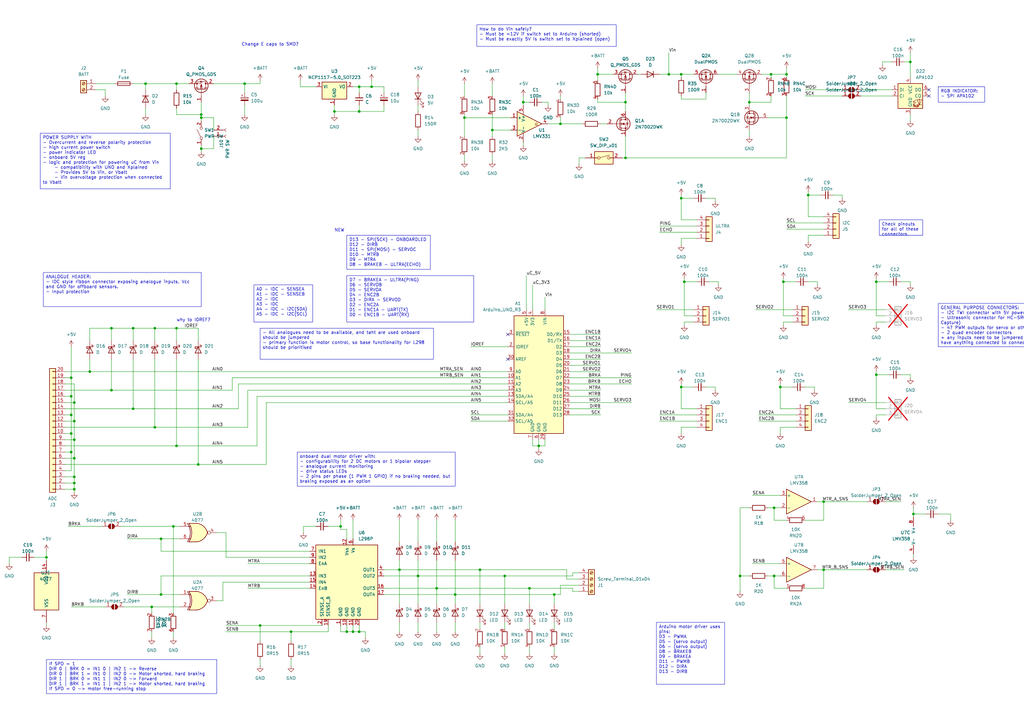
<source format=kicad_sch>
(kicad_sch (version 20230121) (generator eeschema)
  (paper "A3")
  (junction (at 303.53 236.22))
  (junction (at 62.23 248.92))
  (junction (at 279.4 158.75))
  (junction (at 139.7 215.9))
  (junction (at 320.04 158.75))
  (junction (at 274.32 30.48))
  (junction (at 81.28 190.5))
  (junction (at 29.21 177.8))
  (junction (at 337.82 205.74))
  (junction (at 59.69 34.29))
  (junction (at 72.39 134.62))
  (junction (at 186.69 243.84))
  (junction (at 36.83 152.4))
  (junction (at 54.61 167.64))
  (junction (at 227.33 243.84))
  (junction (at 54.61 134.62))
  (junction (at 100.33 34.29))
  (junction (at 66.04 243.84))
  (junction (at 147.32 45.72))
  (junction (at 256.54 64.77))
  (junction (at 373.38 25.4))
  (junction (at 106.68 256.54))
  (junction (at 30.48 172.72))
  (junction (at 45.72 160.02))
  (junction (at 29.21 162.56))
  (junction (at 71.12 215.9))
  (junction (at 179.07 241.3))
  (junction (at 30.48 195.58))
  (junction (at 171.45 236.22))
  (junction (at 307.34 41.91))
  (junction (at 317.5 208.28))
  (junction (at 29.21 170.18))
  (junction (at 72.39 34.29))
  (junction (at 245.11 30.48))
  (junction (at 214.63 41.91))
  (junction (at 144.78 259.08))
  (junction (at 30.48 187.96))
  (junction (at 30.48 200.66))
  (junction (at 72.39 182.88))
  (junction (at 147.32 35.56))
  (junction (at 217.17 241.3))
  (junction (at 374.65 210.82))
  (junction (at 19.05 228.6))
  (junction (at 207.01 236.22))
  (junction (at 322.58 30.48))
  (junction (at 220.98 182.88))
  (junction (at 29.21 185.42))
  (junction (at 30.48 180.34))
  (junction (at 229.87 50.8))
  (junction (at 201.93 53.34))
  (junction (at 196.85 233.68))
  (junction (at 63.5 175.26))
  (junction (at 337.82 233.68))
  (junction (at 359.41 153.67))
  (junction (at 316.23 30.48))
  (junction (at 280.67 115.57))
  (junction (at 66.04 220.98))
  (junction (at 256.54 41.91))
  (junction (at 30.48 198.12))
  (junction (at 147.32 259.08))
  (junction (at 279.4 81.28))
  (junction (at 142.24 259.08))
  (junction (at 190.5 48.26))
  (junction (at 317.5 236.22))
  (junction (at 359.41 115.57))
  (junction (at 331.47 80.01))
  (junction (at 137.16 45.72))
  (junction (at 152.4 35.56))
  (junction (at 322.58 48.26))
  (junction (at 321.31 115.57))
  (junction (at 29.21 154.94))
  (junction (at 82.55 60.96))
  (junction (at 119.38 259.08))
  (junction (at 30.48 165.1))
  (junction (at 45.72 134.62))
  (junction (at 279.4 30.48))
  (junction (at 63.5 134.62))
  (junction (at 82.55 46.99))
  (junction (at 82.55 48.26))
  (junction (at 163.83 233.68))
  (no_connect (at 208.28 147.32))
  (no_connect (at 381 39.37))
  (no_connect (at 381 36.83))
  (no_connect (at 208.28 137.16))
  (wire (pts (xy 245.11 41.91) (xy 256.54 41.91)))
  (wire (pts (xy 246.38 50.8) (xy 248.92 50.8)))
  (wire (pts (xy 207.01 255.27) (xy 207.01 257.81)))
  (wire (pts (xy 374.65 212.09) (xy 374.65 210.82)))
  (wire (pts (xy 19.05 229.87) (xy 19.05 228.6)))
  (wire (pts (xy 39.37 34.29) (xy 46.99 34.29)))
  (wire (pts (xy 331.47 78.74) (xy 331.47 80.01)))
  (wire (pts (xy 312.42 30.48) (xy 316.23 30.48)))
  (wire (pts (xy 171.45 229.87) (xy 171.45 236.22)))
  (wire (pts (xy 279.4 167.64) (xy 285.75 167.64)))
  (wire (pts (xy 157.48 241.3) (xy 179.07 241.3)))
  (wire (pts (xy 82.55 60.96) (xy 82.55 62.23)))
  (wire (pts (xy 207.01 236.22) (xy 234.95 236.22)))
  (wire (pts (xy 92.71 259.08) (xy 119.38 259.08)))
  (wire (pts (xy 274.32 30.48) (xy 270.51 30.48)))
  (wire (pts (xy 217.17 241.3) (xy 234.95 241.3)))
  (wire (pts (xy 163.83 213.36) (xy 163.83 222.25)))
  (wire (pts (xy 233.68 162.56) (xy 246.38 162.56)))
  (wire (pts (xy 72.39 147.32) (xy 72.39 182.88)))
  (wire (pts (xy 280.67 115.57) (xy 285.75 115.57)))
  (wire (pts (xy 316.23 41.91) (xy 316.23 39.37)))
  (wire (pts (xy 190.5 48.26) (xy 209.55 48.26)))
  (wire (pts (xy 269.24 127) (xy 284.48 127)))
  (wire (pts (xy 91.44 246.38) (xy 91.44 238.76)))
  (wire (pts (xy 30.48 172.72) (xy 30.48 180.34)))
  (wire (pts (xy 245.11 27.94) (xy 245.11 30.48)))
  (wire (pts (xy 81.28 147.32) (xy 81.28 190.5)))
  (wire (pts (xy 234.95 236.22) (xy 234.95 234.95)))
  (wire (pts (xy 63.5 134.62) (xy 54.61 134.62)))
  (wire (pts (xy 279.4 97.79) (xy 279.4 100.33)))
  (wire (pts (xy 207.01 236.22) (xy 207.01 247.65)))
  (wire (pts (xy 139.7 215.9) (xy 139.7 217.17)))
  (wire (pts (xy 139.7 259.08) (xy 142.24 259.08)))
  (wire (pts (xy 314.96 208.28) (xy 317.5 208.28)))
  (wire (pts (xy 341.63 80.01) (xy 345.44 80.01)))
  (wire (pts (xy 201.93 34.29) (xy 201.93 39.37)))
  (wire (pts (xy 171.45 236.22) (xy 171.45 247.65)))
  (wire (pts (xy 66.04 220.98) (xy 66.04 226.06)))
  (wire (pts (xy 337.82 205.74) (xy 335.28 205.74)))
  (wire (pts (xy 26.67 175.26) (xy 63.5 175.26)))
  (wire (pts (xy 279.4 80.01) (xy 279.4 81.28)))
  (wire (pts (xy 45.72 134.62) (xy 36.83 134.62)))
  (wire (pts (xy 280.67 115.57) (xy 280.67 129.54)))
  (wire (pts (xy 45.72 134.62) (xy 45.72 139.7)))
  (wire (pts (xy 147.32 35.56) (xy 152.4 35.56)))
  (wire (pts (xy 337.82 233.68) (xy 335.28 233.68)))
  (wire (pts (xy 91.44 238.76) (xy 127 238.76)))
  (wire (pts (xy 379.73 210.82) (xy 374.65 210.82)))
  (wire (pts (xy 30.48 201.93) (xy 30.48 200.66)))
  (wire (pts (xy 274.32 21.59) (xy 274.32 30.48)))
  (wire (pts (xy 279.4 90.17) (xy 285.75 90.17)))
  (wire (pts (xy 149.86 259.08) (xy 149.86 261.62)))
  (wire (pts (xy 303.53 236.22) (xy 303.53 208.28)))
  (wire (pts (xy 81.28 190.5) (xy 109.22 190.5)))
  (wire (pts (xy 137.16 45.72) (xy 137.16 46.99)))
  (wire (pts (xy 29.21 170.18) (xy 26.67 170.18)))
  (wire (pts (xy 217.17 255.27) (xy 217.17 257.81)))
  (wire (pts (xy 62.23 248.92) (xy 62.23 251.46)))
  (wire (pts (xy 82.55 46.99) (xy 82.55 41.91)))
  (wire (pts (xy 171.45 53.34) (xy 171.45 55.88)))
  (wire (pts (xy 66.04 226.06) (xy 127 226.06)))
  (wire (pts (xy 233.68 165.1) (xy 259.08 165.1)))
  (wire (pts (xy 373.38 21.59) (xy 373.38 25.4)))
  (wire (pts (xy 29.21 248.92) (xy 43.18 248.92)))
  (wire (pts (xy 220.98 180.34) (xy 220.98 182.88)))
  (wire (pts (xy 218.44 116.84) (xy 218.44 127)))
  (wire (pts (xy 186.69 213.36) (xy 186.69 222.25)))
  (wire (pts (xy 179.07 229.87) (xy 179.07 241.3)))
  (wire (pts (xy 171.45 43.18) (xy 171.45 45.72)))
  (wire (pts (xy 59.69 44.45) (xy 59.69 46.99)))
  (wire (pts (xy 331.47 115.57) (xy 335.28 115.57)))
  (wire (pts (xy 36.83 152.4) (xy 208.28 152.4)))
  (wire (pts (xy 229.87 39.37) (xy 229.87 40.64)))
  (wire (pts (xy 157.48 243.84) (xy 186.69 243.84)))
  (wire (pts (xy 87.63 34.29) (xy 100.33 34.29)))
  (wire (pts (xy 316.23 30.48) (xy 316.23 31.75)))
  (wire (pts (xy 279.4 158.75) (xy 279.4 167.64)))
  (wire (pts (xy 72.39 34.29) (xy 72.39 36.83)))
  (wire (pts (xy 30.48 187.96) (xy 30.48 195.58)))
  (wire (pts (xy 234.95 242.57) (xy 237.49 242.57)))
  (wire (pts (xy 50.8 248.92) (xy 62.23 248.92)))
  (wire (pts (xy 224.79 43.18) (xy 224.79 41.91)))
  (wire (pts (xy 217.17 241.3) (xy 217.17 247.65)))
  (wire (pts (xy 232.41 237.49) (xy 237.49 237.49)))
  (wire (pts (xy 321.31 115.57) (xy 326.39 115.57)))
  (wire (pts (xy 345.44 81.28) (xy 345.44 80.01)))
  (wire (pts (xy 373.38 154.94) (xy 373.38 153.67)))
  (wire (pts (xy 365.76 25.4) (xy 361.95 25.4)))
  (wire (pts (xy 308.61 203.2) (xy 320.04 203.2)))
  (wire (pts (xy 321.31 114.3) (xy 321.31 115.57)))
  (wire (pts (xy 214.63 43.18) (xy 214.63 41.91)))
  (wire (pts (xy 311.15 172.72) (xy 326.39 172.72)))
  (wire (pts (xy 280.67 114.3) (xy 280.67 115.57)))
  (wire (pts (xy 196.85 233.68) (xy 196.85 247.65)))
  (wire (pts (xy 359.41 153.67) (xy 364.49 153.67)))
  (wire (pts (xy 63.5 134.62) (xy 72.39 134.62)))
  (wire (pts (xy 71.12 215.9) (xy 71.12 251.46)))
  (wire (pts (xy 303.53 236.22) (xy 307.34 236.22)))
  (wire (pts (xy 233.68 154.94) (xy 259.08 154.94)))
  (wire (pts (xy 123.19 35.56) (xy 129.54 35.56)))
  (wire (pts (xy 134.62 259.08) (xy 134.62 256.54)))
  (wire (pts (xy 43.18 36.83) (xy 43.18 39.37)))
  (wire (pts (xy 330.2 39.37) (xy 345.44 39.37)))
  (wire (pts (xy 144.78 256.54) (xy 144.78 259.08)))
  (wire (pts (xy 359.41 129.54) (xy 363.22 129.54)))
  (wire (pts (xy 134.62 215.9) (xy 139.7 215.9)))
  (wire (pts (xy 270.51 92.71) (xy 285.75 92.71)))
  (wire (pts (xy 29.21 177.8) (xy 26.67 177.8)))
  (wire (pts (xy 270.51 170.18) (xy 285.75 170.18)))
  (wire (pts (xy 347.98 127) (xy 363.22 127)))
  (wire (pts (xy 3.81 231.14) (xy 3.81 228.6)))
  (wire (pts (xy 30.48 180.34) (xy 30.48 187.96)))
  (wire (pts (xy 106.68 33.02) (xy 106.68 34.29)))
  (wire (pts (xy 374.65 227.33) (xy 374.65 228.6)))
  (wire (pts (xy 317.5 236.22) (xy 320.04 236.22)))
  (wire (pts (xy 92.71 256.54) (xy 106.68 256.54)))
  (wire (pts (xy 171.45 213.36) (xy 171.45 222.25)))
  (wire (pts (xy 309.88 127) (xy 325.12 127)))
  (wire (pts (xy 106.68 256.54) (xy 106.68 262.89)))
  (wire (pts (xy 29.21 162.56) (xy 29.21 170.18)))
  (wire (pts (xy 29.21 177.8) (xy 29.21 185.42)))
  (wire (pts (xy 171.45 33.02) (xy 171.45 35.56)))
  (wire (pts (xy 26.67 172.72) (xy 30.48 172.72)))
  (wire (pts (xy 369.57 153.67) (xy 373.38 153.67)))
  (wire (pts (xy 227.33 265.43) (xy 227.33 267.97)))
  (wire (pts (xy 87.63 60.96) (xy 82.55 60.96)))
  (wire (pts (xy 293.37 82.55) (xy 293.37 81.28)))
  (wire (pts (xy 186.69 243.84) (xy 186.69 247.65)))
  (wire (pts (xy 284.48 132.08) (xy 280.67 132.08)))
  (wire (pts (xy 223.52 121.92) (xy 223.52 127)))
  (wire (pts (xy 106.68 256.54) (xy 132.08 256.54)))
  (wire (pts (xy 307.34 41.91) (xy 307.34 43.18)))
  (wire (pts (xy 317.5 236.22) (xy 317.5 241.3)))
  (wire (pts (xy 223.52 180.34) (xy 223.52 182.88)))
  (wire (pts (xy 279.4 40.64) (xy 289.56 40.64)))
  (wire (pts (xy 157.48 236.22) (xy 171.45 236.22)))
  (wire (pts (xy 316.23 30.48) (xy 322.58 30.48)))
  (wire (pts (xy 331.47 88.9) (xy 337.82 88.9)))
  (wire (pts (xy 63.5 147.32) (xy 63.5 175.26)))
  (wire (pts (xy 227.33 243.84) (xy 227.33 247.65)))
  (wire (pts (xy 179.07 255.27) (xy 179.07 259.08)))
  (wire (pts (xy 330.2 213.36) (xy 337.82 213.36)))
  (wire (pts (xy 285.75 175.26) (xy 279.4 175.26)))
  (wire (pts (xy 71.12 215.9) (xy 73.66 215.9)))
  (wire (pts (xy 152.4 33.02) (xy 152.4 35.56)))
  (wire (pts (xy 256.54 38.1) (xy 256.54 41.91)))
  (wire (pts (xy 71.12 259.08) (xy 71.12 261.62)))
  (wire (pts (xy 163.83 233.68) (xy 163.83 247.65)))
  (wire (pts (xy 54.61 134.62) (xy 54.61 139.7)))
  (wire (pts (xy 66.04 243.84) (xy 73.66 243.84)))
  (wire (pts (xy 105.41 162.56) (xy 208.28 162.56)))
  (wire (pts (xy 363.22 132.08) (xy 359.41 132.08)))
  (wire (pts (xy 105.41 182.88) (xy 105.41 162.56)))
  (wire (pts (xy 220.98 182.88) (xy 220.98 184.15)))
  (wire (pts (xy 335.28 116.84) (xy 335.28 115.57)))
  (wire (pts (xy 218.44 180.34) (xy 218.44 182.88)))
  (wire (pts (xy 13.97 228.6) (xy 19.05 228.6)))
  (wire (pts (xy 322.58 27.94) (xy 322.58 30.48)))
  (wire (pts (xy 256.54 64.77) (xy 322.58 64.77)))
  (wire (pts (xy 373.38 116.84) (xy 373.38 115.57)))
  (wire (pts (xy 36.83 134.62) (xy 36.83 139.7)))
  (wire (pts (xy 330.2 241.3) (xy 337.82 241.3)))
  (wire (pts (xy 314.96 236.22) (xy 317.5 236.22)))
  (wire (pts (xy 142.24 259.08) (xy 144.78 259.08)))
  (wire (pts (xy 359.41 152.4) (xy 359.41 153.67)))
  (wire (pts (xy 363.22 170.18) (xy 359.41 170.18)))
  (wire (pts (xy 303.53 208.28) (xy 307.34 208.28)))
  (wire (pts (xy 359.41 132.08) (xy 359.41 133.35)))
  (wire (pts (xy 59.69 34.29) (xy 59.69 36.83)))
  (wire (pts (xy 52.07 243.84) (xy 66.04 243.84)))
  (wire (pts (xy 157.48 35.56) (xy 157.48 38.1)))
  (wire (pts (xy 72.39 44.45) (xy 72.39 46.99)))
  (wire (pts (xy 190.5 48.26) (xy 190.5 55.88)))
  (wire (pts (xy 353.06 39.37) (xy 365.76 39.37)))
  (wire (pts (xy 280.67 132.08) (xy 280.67 133.35)))
  (wire (pts (xy 256.54 55.88) (xy 256.54 64.77)))
  (wire (pts (xy 314.96 48.26) (xy 322.58 48.26)))
  (wire (pts (xy 119.38 270.51) (xy 119.38 273.05)))
  (wire (pts (xy 373.38 46.99) (xy 373.38 49.53)))
  (wire (pts (xy 157.48 233.68) (xy 163.83 233.68)))
  (wire (pts (xy 87.63 55.88) (xy 87.63 60.96)))
  (wire (pts (xy 63.5 134.62) (xy 63.5 139.7)))
  (wire (pts (xy 157.48 45.72) (xy 147.32 45.72)))
  (wire (pts (xy 320.04 167.64) (xy 326.39 167.64)))
  (wire (pts (xy 359.41 114.3) (xy 359.41 115.57)))
  (wire (pts (xy 30.48 157.48) (xy 30.48 165.1)))
  (wire (pts (xy 26.67 198.12) (xy 30.48 198.12)))
  (wire (pts (xy 26.67 152.4) (xy 36.83 152.4)))
  (wire (pts (xy 233.68 160.02) (xy 246.38 160.02)))
  (wire (pts (xy 233.68 139.7) (xy 246.38 139.7)))
  (wire (pts (xy 234.95 241.3) (xy 234.95 242.57)))
  (wire (pts (xy 220.98 182.88) (xy 223.52 182.88)))
  (wire (pts (xy 171.45 236.22) (xy 207.01 236.22)))
  (wire (pts (xy 72.39 139.7) (xy 72.39 134.62)))
  (wire (pts (xy 337.82 205.74) (xy 355.6 205.74)))
  (wire (pts (xy 27.94 215.9) (xy 41.91 215.9)))
  (wire (pts (xy 190.5 34.29) (xy 190.5 39.37)))
  (wire (pts (xy 279.4 158.75) (xy 284.48 158.75)))
  (wire (pts (xy 279.4 30.48) (xy 284.48 30.48)))
  (wire (pts (xy 373.38 25.4) (xy 373.38 31.75)))
  (wire (pts (xy 279.4 81.28) (xy 279.4 90.17)))
  (wire (pts (xy 232.41 233.68) (xy 232.41 237.49)))
  (wire (pts (xy 82.55 49.53) (xy 82.55 48.26)))
  (wire (pts (xy 326.39 175.26) (xy 320.04 175.26)))
  (wire (pts (xy 26.67 165.1) (xy 30.48 165.1)))
  (wire (pts (xy 82.55 46.99) (xy 82.55 48.26)))
  (wire (pts (xy 72.39 46.99) (xy 82.55 46.99)))
  (wire (pts (xy 100.33 34.29) (xy 106.68 34.29)))
  (wire (pts (xy 171.45 255.27) (xy 171.45 259.08)))
  (wire (pts (xy 214.63 58.42) (xy 214.63 59.69)))
  (wire (pts (xy 337.82 213.36) (xy 337.82 205.74)))
  (wire (pts (xy 29.21 185.42) (xy 26.67 185.42)))
  (wire (pts (xy 337.82 241.3) (xy 337.82 233.68)))
  (wire (pts (xy 157.48 43.18) (xy 157.48 45.72)))
  (wire (pts (xy 88.9 218.44) (xy 92.71 218.44)))
  (wire (pts (xy 101.6 160.02) (xy 208.28 160.02)))
  (wire (pts (xy 321.31 115.57) (xy 321.31 129.54)))
  (wire (pts (xy 193.04 142.24) (xy 208.28 142.24)))
  (wire (pts (xy 3.81 228.6) (xy 8.89 228.6)))
  (wire (pts (xy 54.61 34.29) (xy 59.69 34.29)))
  (wire (pts (xy 30.48 200.66) (xy 26.67 200.66)))
  (wire (pts (xy 147.32 259.08) (xy 149.86 259.08)))
  (wire (pts (xy 95.25 160.02) (xy 95.25 154.94)))
  (wire (pts (xy 218.44 182.88) (xy 220.98 182.88)))
  (wire (pts (xy 303.53 242.57) (xy 303.53 236.22)))
  (wire (pts (xy 234.95 234.95) (xy 237.49 234.95)))
  (wire (pts (xy 363.22 233.68) (xy 370.84 233.68)))
  (wire (pts (xy 229.87 50.8) (xy 238.76 50.8)))
  (wire (pts (xy 97.79 157.48) (xy 208.28 157.48)))
  (wire (pts (xy 320.04 157.48) (xy 320.04 158.75)))
  (wire (pts (xy 289.56 81.28) (xy 293.37 81.28)))
  (wire (pts (xy 19.05 255.27) (xy 19.05 256.54)))
  (wire (pts (xy 144.78 213.36) (xy 144.78 220.98)))
  (wire (pts (xy 179.07 213.36) (xy 179.07 222.25)))
  (wire (pts (xy 19.05 226.06) (xy 19.05 228.6)))
  (wire (pts (xy 214.63 39.37) (xy 214.63 41.91)))
  (wire (pts (xy 63.5 175.26) (xy 101.6 175.26)))
  (wire (pts (xy 370.84 25.4) (xy 373.38 25.4)))
  (wire (pts (xy 147.32 35.56) (xy 144.78 35.56)))
  (wire (pts (xy 26.67 190.5) (xy 81.28 190.5)))
  (wire (pts (xy 137.16 45.72) (xy 147.32 45.72)))
  (wire (pts (xy 279.4 30.48) (xy 279.4 31.75)))
  (wire (pts (xy 293.37 160.02) (xy 293.37 158.75)))
  (wire (pts (xy 201.93 46.99) (xy 201.93 53.34)))
  (wire (pts (xy 359.41 115.57) (xy 359.41 129.54)))
  (wire (pts (xy 124.46 215.9) (xy 129.54 215.9)))
  (wire (pts (xy 322.58 91.44) (xy 337.82 91.44)))
  (wire (pts (xy 97.79 167.64) (xy 97.79 157.48)))
  (wire (pts (xy 54.61 167.64) (xy 97.79 167.64)))
  (wire (pts (xy 142.24 217.17) (xy 142.24 220.98)))
  (wire (pts (xy 224.79 50.8) (xy 229.87 50.8)))
  (wire (pts (xy 36.83 147.32) (xy 36.83 152.4)))
  (wire (pts (xy 321.31 132.08) (xy 321.31 133.35)))
  (wire (pts (xy 215.9 113.03) (xy 215.9 127)))
  (wire (pts (xy 289.56 38.1) (xy 289.56 40.64)))
  (wire (pts (xy 331.47 80.01) (xy 336.55 80.01)))
  (wire (pts (xy 285.75 97.79) (xy 279.4 97.79)))
  (wire (pts (xy 337.82 233.68) (xy 355.6 233.68)))
  (wire (pts (xy 280.67 129.54) (xy 284.48 129.54)))
  (wire (pts (xy 66.04 236.22) (xy 66.04 243.84)))
  (wire (pts (xy 72.39 182.88) (xy 105.41 182.88)))
  (wire (pts (xy 196.85 233.68) (xy 232.41 233.68)))
  (wire (pts (xy 59.69 34.29) (xy 72.39 34.29)))
  (wire (pts (xy 363.22 205.74) (xy 369.57 205.74)))
  (wire (pts (xy 26.67 187.96) (xy 30.48 187.96)))
  (wire (pts (xy 179.07 241.3) (xy 217.17 241.3)))
  (wire (pts (xy 330.2 158.75) (xy 334.01 158.75)))
  (wire (pts (xy 233.68 152.4) (xy 246.38 152.4)))
  (wire (pts (xy 270.51 95.25) (xy 285.75 95.25)))
  (wire (pts (xy 26.67 180.34) (xy 30.48 180.34)))
  (wire (pts (xy 233.68 147.32) (xy 246.38 147.32)))
  (wire (pts (xy 26.67 182.88) (xy 72.39 182.88)))
  (wire (pts (xy 62.23 248.92) (xy 73.66 248.92)))
  (wire (pts (xy 374.65 208.28) (xy 374.65 210.82)))
  (wire (pts (xy 201.93 53.34) (xy 209.55 53.34)))
  (wire (pts (xy 320.04 175.26) (xy 320.04 177.8)))
  (wire (pts (xy 54.61 147.32) (xy 54.61 167.64)))
  (wire (pts (xy 82.55 60.96) (xy 82.55 59.69)))
  (wire (pts (xy 337.82 96.52) (xy 331.47 96.52)))
  (wire (pts (xy 255.27 64.77) (xy 256.54 64.77)))
  (wire (pts (xy 229.87 240.03) (xy 237.49 240.03)))
  (wire (pts (xy 325.12 132.08) (xy 321.31 132.08)))
  (wire (pts (xy 217.17 41.91) (xy 214.63 41.91)))
  (wire (pts (xy 29.21 154.94) (xy 26.67 154.94)))
  (wire (pts (xy 139.7 217.17) (xy 142.24 217.17)))
  (wire (pts (xy 279.4 175.26) (xy 279.4 177.8)))
  (wire (pts (xy 317.5 213.36) (xy 322.58 213.36)))
  (wire (pts (xy 322.58 39.37) (xy 322.58 48.26)))
  (wire (pts (xy 30.48 195.58) (xy 30.48 198.12)))
  (wire (pts (xy 106.68 270.51) (xy 106.68 273.05)))
  (wire (pts (xy 29.21 142.24) (xy 29.21 154.94)))
  (wire (pts (xy 224.79 41.91) (xy 222.25 41.91)))
  (wire (pts (xy 101.6 175.26) (xy 101.6 160.02)))
  (wire (pts (xy 307.34 53.34) (xy 307.34 55.88)))
  (wire (pts (xy 92.71 218.44) (xy 92.71 228.6)))
  (wire (pts (xy 294.64 30.48) (xy 302.26 30.48)))
  (wire (pts (xy 321.31 129.54) (xy 325.12 129.54)))
  (wire (pts (xy 109.22 190.5) (xy 109.22 165.1)))
  (wire (pts (xy 95.25 154.94) (xy 208.28 154.94)))
  (wire (pts (xy 233.68 157.48) (xy 259.08 157.48)))
  (wire (pts (xy 359.41 153.67) (xy 359.41 167.64)))
  (wire (pts (xy 26.67 160.02) (xy 45.72 160.02)))
  (wire (pts (xy 256.54 41.91) (xy 256.54 45.72)))
  (wire (pts (xy 233.68 137.16) (xy 246.38 137.16)))
  (wire (pts (xy 233.68 142.24) (xy 246.38 142.24)))
  (wire (pts (xy 45.72 160.02) (xy 95.25 160.02)))
  (wire (pts (xy 142.24 256.54) (xy 142.24 259.08)))
  (wire (pts (xy 359.41 167.64) (xy 363.22 167.64)))
  (wire (pts (xy 147.32 43.18) (xy 147.32 45.72)))
  (wire (pts (xy 359.41 170.18) (xy 359.41 171.45)))
  (wire (pts (xy 139.7 256.54) (xy 139.7 259.08)))
  (wire (pts (xy 233.68 149.86) (xy 246.38 149.86)))
  (wire (pts (xy 45.72 147.32) (xy 45.72 160.02)))
  (wire (pts (xy 92.71 228.6) (xy 127 228.6)))
  (wire (pts (xy 227.33 243.84) (xy 229.87 243.84)))
  (wire (pts (xy 237.49 64.77) (xy 240.03 64.77)))
  (wire (pts (xy 163.83 229.87) (xy 163.83 233.68)))
  (wire (pts (xy 233.68 167.64) (xy 246.38 167.64)))
  (wire (pts (xy 347.98 165.1) (xy 363.22 165.1)))
  (wire (pts (xy 100.33 43.18) (xy 100.33 46.99)))
  (wire (pts (xy 39.37 36.83) (xy 43.18 36.83)))
  (wire (pts (xy 101.6 241.3) (xy 127 241.3)))
  (wire (pts (xy 26.67 167.64) (xy 54.61 167.64)))
  (wire (pts (xy 193.04 170.18) (xy 208.28 170.18)))
  (wire (pts (xy 190.5 63.5) (xy 190.5 66.04)))
  (wire (pts (xy 245.11 33.02) (xy 245.11 30.48)))
  (wire (pts (xy 137.16 43.18) (xy 137.16 45.72)))
  (wire (pts (xy 29.21 170.18) (xy 29.21 177.8)))
  (wire (pts (xy 29.21 162.56) (xy 26.67 162.56)))
  (wire (pts (xy 49.53 215.9) (xy 71.12 215.9)))
  (wire (pts (xy 361.95 25.4) (xy 361.95 26.67)))
  (wire (pts (xy 322.58 30.48) (xy 322.58 31.75)))
  (wire (pts (xy 308.61 231.14) (xy 320.04 231.14)))
  (wire (pts (xy 289.56 158.75) (xy 293.37 158.75)))
  (wire (pts (xy 334.01 160.02) (xy 334.01 158.75)))
  (wire (pts (xy 190.5 46.99) (xy 190.5 48.26)))
  (wire (pts (xy 353.06 36.83) (xy 365.76 36.83)))
  (wire (pts (xy 217.17 265.43) (xy 217.17 267.97)))
  (wire (pts (xy 186.69 243.84) (xy 227.33 243.84)))
  (wire (pts (xy 29.21 185.42) (xy 29.21 193.04)))
  (wire (pts (xy 123.19 33.02) (xy 123.19 35.56)))
  (wire (pts (xy 30.48 165.1) (xy 30.48 172.72)))
  (wire (pts (xy 290.83 115.57) (xy 294.64 115.57)))
  (wire (pts (xy 322.58 93.98) (xy 337.82 93.98)))
  (wire (pts (xy 54.61 134.62) (xy 45.72 134.62)))
  (wire (pts (xy 274.32 30.48) (xy 279.4 30.48)))
  (wire (pts (xy 72.39 134.62) (xy 81.28 134.62)))
  (wire (pts (xy 119.38 259.08) (xy 134.62 259.08)))
  (wire (pts (xy 320.04 158.75) (xy 320.04 167.64)))
  (wire (pts (xy 88.9 246.38) (xy 91.44 246.38)))
  (wire (pts (xy 322.58 48.26) (xy 322.58 64.77)))
  (wire (pts (xy 193.04 172.72) (xy 208.28 172.72)))
  (wire (pts (xy 330.2 36.83) (xy 345.44 36.83)))
  (wire (pts (xy 320.04 158.75) (xy 325.12 158.75)))
  (wire (pts (xy 229.87 48.26) (xy 229.87 50.8)))
  (wire (pts (xy 29.21 154.94) (xy 29.21 162.56)))
  (wire (pts (xy 66.04 220.98) (xy 73.66 220.98)))
  (wire (pts (xy 100.33 34.29) (xy 100.33 38.1)))
  (wire (pts (xy 127 236.22) (xy 66.04 236.22)))
  (wire (pts (xy 311.15 170.18) (xy 326.39 170.18)))
  (wire (pts (xy 26.67 195.58) (xy 30.48 195.58)))
  (wire (pts (xy 87.63 53.34) (xy 87.63 48.26)))
  (wire (pts (xy 119.38 259.08) (xy 119.38 262.89)))
  (wire (pts (xy 245.11 40.64) (xy 245.11 41.91)))
  (wire (pts (xy 163.83 255.27) (xy 163.83 259.08)))
  (wire (pts (xy 196.85 255.27) (xy 196.85 257.81)))
  (wire (pts (xy 196.85 265.43) (xy 196.85 267.97)))
  (wire (pts (xy 101.6 231.14) (xy 127 231.14)))
  (wire (pts (xy 81.28 134.62) (xy 81.28 139.7)))
  (wire (pts (xy 152.4 35.56) (xy 157.48 35.56)))
  (wire (pts (xy 307.34 38.1) (xy 307.34 41.91)))
  (wire (pts (xy 245.11 30.48) (xy 251.46 30.48)))
  (wire (pts (xy 163.83 233.68) (xy 196.85 233.68)))
  (wire (pts (xy 317.5 208.28) (xy 317.5 213.36)))
  (wire (pts (xy 139.7 213.36) (xy 139.7 215.9)))
  (wire (pts (xy 389.89 213.36) (xy 389.89 210.82)))
  (wire (pts (xy 52.07 220.98) (xy 66.04 220.98)))
  (wire (pts (xy 359.41 115.57) (xy 364.49 115.57)))
  (wire (pts (xy 26.67 157.48) (xy 30.48 157.48)))
  (wire (pts (xy 186.69 229.87) (xy 186.69 243.84)))
  (wire (pts (xy 207.01 265.43) (xy 207.01 267.97)))
  (wire (pts (xy 227.33 255.27) (xy 227.33 257.81)))
  (wire (pts (xy 331.47 80.01) (xy 331.47 88.9)))
  (wire (pts (xy 30.48 198.12) (xy 30.48 200.66)))
  (wire (pts (xy 279.4 39.37) (xy 279.4 40.64)))
  (wire (pts (xy 179.07 241.3) (xy 179.07 247.65)))
  (wire (pts (xy 233.68 144.78) (xy 259.08 144.78)))
  (wire (pts (xy 389.89 210.82) (xy 384.81 210.82)))
  (wire (pts (xy 233.68 170.18) (xy 246.38 170.18)))
  (wire (pts (xy 72.39 34.29) (xy 77.47 34.29)))
  (wire (pts (xy 279.4 157.48) (xy 279.4 158.75)))
  (wire (pts (xy 87.63 48.26) (xy 82.55 48.26)))
  (wire (pts (xy 109.22 165.1) (xy 208.28 165.1)))
  (wire (pts (xy 124.46 218.44) (xy 124.46 215.9)))
  (wire (pts (xy 147.32 38.1) (xy 147.32 35.56)))
  (wire (pts (xy 331.47 96.52) (xy 331.47 99.06)))
  (wire (pts (xy 279.4 81.28) (xy 284.48 81.28)))
  (wire (pts (xy 369.57 115.57) (xy 373.38 115.57)))
  (wire (pts (xy 294.64 116.84) (xy 294.64 115.57)))
  (wire (pts (xy 144.78 259.08) (xy 147.32 259.08)))
  (wire (pts (xy 237.49 67.31) (xy 237.49 64.77)))
  (wire (pts (xy 229.87 240.03) (xy 229.87 243.84)))
  (wire (pts (xy 270.51 172.72) (xy 285.75 172.72)))
  (wire (pts (xy 307.34 41.91) (xy 316.23 41.91)))
  (wire (pts (xy 62.23 259.08) (xy 62.23 261.62)))
  (wire (pts (xy 201.93 53.34) (xy 201.93 55.88)))
  (wire (pts (xy 186.69 255.27) (xy 186.69 259.08)))
  (wire (pts (xy 201.93 63.5) (xy 201.93 66.04)))
  (wire (pts (xy 317.5 241.3) (xy 322.58 241.3)))
  (wire (pts (xy 147.32 259.08) (xy 147.32 256.54)))
  (wire (pts (xy 317.5 208.28) (xy 320.04 208.28)))
  (wire (pts (xy 261.62 30.48) (xy 262.89 30.48)))
  (wire (pts (xy 29.21 193.04) (xy 26.67 193.04)))
  (text_box "If SPD = 1\nDIR 0 | BRK 0 = IN1 0 | IN2 1 -> Reverse\nDIR 0 | BRK 1 = IN1 0 | IN2 0 -> Motor shorted, hard braking\nDIR 1 | BRK 0 = IN1 1 | IN2 0 -> Forward\nDIR 1 | BRK 1 = IN1 1 | IN2 1 -> Motor shorted, hard braking\nIf SPD = 0 -> motor free-running stop" (at 19.05 270.51 0) (size 69.85 13.97) (effects (font (size 1.27 1.27)) (justify left top)))
  (text_box "How to do Vin safely?\n- Must be <12V if switch set to Arduino (shorted)\n- Must be exactly 5V is switch set to Xplained (open)" (at 195.58 10.16 0) (size 57.15 8.89) (effects (font (size 1.27 1.27)) (justify left top)))
  (text_box "D7 - BRAKEA - ULTRA(PING)\nD6 - SERVOB\nD5 - SERVOA\nD4 - ENC2B\nD3 - DIRA - SERVOD\nD2 - ENC2A\nD1 - ENC1A - UART(TX)\nD0 - ENC1B - UART(RX)" (at 142.24 113.03 0) (size 52.07 19.05) (effects (font (size 1.27 1.27)) (justify left top)))
  (text_box "GENERAL PURPOSE CONNECTORS:\n- I2C TWI connector with 5V power\n- Ultrasonic connector for HC-SR04 style sensor (using Input Capture)\n- 4? PWM outputs for servo or other uses\n- 2 quad encoder connectors\n+ any inputs need to be jumpered so they can be disabled, or just not have anything connected to connector?" (at 384.81 124.46 0) (size 72.39 17.78) (effects (font (size 1.27 1.27)) (justify left top)))
  (text_box "A0 - IDC - SENSEA\nA1 - IDC - SENSEB\nA2 - IDC\nA3 - IDC\nA4 - IDC - I2C(SDA)\nA5 - IDC - I2C(SCL)" (at 104.14 116.84 0) (size 24.13 15.24) (effects (font (size 1.27 1.27)) (justify left top)))
  (text_box "- All analogues need to be available, and taht are used onboard should be jumpered\n- primary function is motor control, so base functionality for L298 should be prioritised" (at 106.68 134.62 0) (size 71.12 12.7) (effects (font (size 1.27 1.27)) (justify left top)))
  (text_box "RGB INDICATOR:\n- SPI APA102" (at 384.81 35.56 0) (size 19.05 6.35) (effects (font (size 1.27 1.27)) (justify left top)))
  (text_box "ANALOGUE HEADER:\n- IDC style ribbon connector exposing analogue inputs, Vcc and GND for offboard sensors.\n- Input protection" (at 17.78 111.76 0) (size 64.77 13.97) (effects (font (size 1.27 1.27)) (justify left top)))
  (text_box "onboard dual motor driver with:\n- configurability for 2 DC motors or 1 bipolar stepper\n- analogue current monitoring\n- drive status LEDs\n- 2 pins per phase (1 PWM 1 GPIO) if no braking needed, but braking exposed as an option" (at 121.92 185.42 0) (size 64.77 13.97) (effects (font (size 1.27 1.27)) (justify left top)))
  (text_box "D13 - SPI(SCK) - ONBOARDLED\nD12 - DIRB\nD11 - SPI(MOSI) - SERVOC\nD10 - MTRB\nD9 - MTRA\nD8 - BRAKEB - ULTRA(ECHO)" (at 142.24 96.52 0) (size 34.29 13.97) (effects (font (size 1.27 1.27)) (justify left top)))
  (text_box "Arduino motor driver uses pins:\nD3 - PWMA\nD5 - (servo output)\nD6 - (servo output)\nD8 - BRAKEB\nD9 - BRAKEA\nD11 - PWMB\nD12 - DIRA\nD13 - DIRB\n" (at 269.24 255.27 0) (size 27.94 25.4) (effects (font (size 1.27 1.27)) (justify left top)))
  (text_box "POWER SUPPLY WITH\n- Overcurrent and reverse polarity protection\n- high current power switch\n- power indicator LED\n- onboard 5V reg\n- logic and protection for powering uC from Vin\n	- compatibility with UNO and Xplained\n	- Provides 5V to Vin, or Vbatt\n	- Vin overvoltage protection when connected to Vbatt" (at 16.51 54.61 0) (size 53.34 22.86) (effects (font (size 1.27 1.27)) (justify left top)))
  (text_box "Check pinouts for all of these connectors" (at 360.68 90.17 0) (size 17.78 6.35) (effects (font (size 1.27 1.27)) (justify left top)))
  (text "why to IOREF?" (at 72.39 132.08 0) (effects (font (size 1.27 1.27)) (justify left bottom)))
  (text "Change E caps to SMD?" (at 99.06 19.05 0) (effects (font (size 1.27 1.27)) (justify left bottom)))
  (text "NEW" (at 137.16 95.25 0) (effects (font (size 1.27 1.27)) (justify left bottom)))
  (label "AIN5" (at 193.04 165.1 0))
  (label "SCK" (at 330.2 39.37 0))
  (label "DIRB" (at 52.07 243.84 0))
  (label "MTRB" (at 101.6 241.3 0))
  (label "MTRB" (at 246.38 162.56 180))
  (label "SENA" (at 308.61 203.2 0))
  (label "uC_5V" (at 215.9 113.03 0))
  (label "BRKB" (at 246.38 157.48 180))
  (label "SERVO3" (at 259.08 165.1 180))
  (label "AIN4" (at 193.04 162.56 0))
  (label "MTR_B_SNS" (at 347.98 233.68 180))
  (label "ENC1B" (at 270.51 172.72 0))
  (label "MTR_A_SNS" (at 347.98 205.74 180))
  (label "ENC2A" (at 246.38 142.24 180))
  (label "SENA" (at 92.71 256.54 0))
  (label "SDA" (at 322.58 93.98 0))
  (label "PING" (at 259.08 154.94 180))
  (label "MTRA_SEN" (at 369.57 205.74 180))
  (label "SERVO2" (at 309.88 127 0))
  (label "ECHO" (at 270.51 95.25 0))
  (label "ENC1A" (at 270.51 170.18 0))
  (label "SERVO1" (at 246.38 149.86 180))
  (label "SCL" (at 193.04 170.18 0))
  (label "SCL" (at 322.58 91.44 0))
  (label "Vin" (at 223.52 121.92 0))
  (label "AIN0" (at 193.04 152.4 0))
  (label "MTRA_SEN" (at 180.34 152.4 0))
  (label "MTRB_SEN" (at 180.34 154.94 0))
  (label "AIN2" (at 193.04 157.48 0))
  (label "DIRA" (at 52.07 220.98 0))
  (label "AIN1" (at 193.04 154.94 0))
  (label "Vin" (at 274.32 21.59 0))
  (label "ENC1B" (at 246.38 137.16 180))
  (label "MTRA" (at 246.38 160.02 180))
  (label "MTRB_SEN" (at 370.84 233.68 180))
  (label "AIN3" (at 91.44 175.26 180))
  (label "AIN1" (at 91.44 160.02 180))
  (label "SERVO4" (at 259.08 144.78 180))
  (label "ENC2A" (at 311.15 170.18 0))
  (label "SERVO2" (at 246.38 152.4 180))
  (label "SENB" (at 92.71 259.08 0))
  (label "BRKA" (at 27.94 215.9 0))
  (label "ENC2B" (at 246.38 147.32 180))
  (label "SDA" (at 193.04 172.72 0))
  (label "SCK" (at 246.38 170.18 180))
  (label "ENC1A" (at 246.38 139.7 180))
  (label "SERVO1" (at 269.24 127 0))
  (label "PING" (at 270.51 92.71 0))
  (label "ECHO" (at 259.08 157.48 180))
  (label "MOSI" (at 330.2 36.83 0))
  (label "SENB" (at 308.61 231.14 0))
  (label "AIN2" (at 91.44 167.64 180))
  (label "SERVO3" (at 347.98 127 0))
  (label "AIN5" (at 91.44 190.5 180))
  (label "DIRA" (at 246.38 144.78 180))
  (label "MOSI" (at 246.38 165.1 180))
  (label "ENC2B" (at 311.15 172.72 0))
  (label "BRKB" (at 29.21 248.92 0))
  (label "MTRA" (at 101.6 231.14 0))
  (label "BRKA" (at 246.38 154.94 180))
  (label "AIN0" (at 91.44 152.4 180))
  (label "AIN3" (at 193.04 160.02 0))
  (label "uC_3V3" (at 218.44 116.84 0))
  (label "AIN4" (at 91.44 182.88 180))
  (label "DIRB" (at 246.38 167.64 180))
  (label "IOREF" (at 81.28 134.62 180))
  (label "SERVO4" (at 347.98 165.1 0))
  (label "IOREF" (at 193.04 142.24 0))
  (symbol (lib_id "Device:C_Small") (at 132.08 215.9 90) (unit 1)
    (property "Reference" "C7" (at 132.0863 210.82 90))
    (property "Value" "100n" (at 132.0863 213.36 90))
    (property "Footprint" "Capacitor_SMD:C_0805_2012Metric_Pad1.18x1.45mm_HandSolder" (effects hide))
  )
  (symbol (lib_id "Device:C_Small") (at 287.02 158.75 90) (unit 1)
    (property "Reference" "C13" (at 287.0263 153.67 90))
    (property "Value" "100n" (at 287.0263 156.21 90))
    (property "Footprint" "Capacitor_SMD:C_0805_2012Metric_Pad1.18x1.45mm_HandSolder" (effects hide))
  )
  (symbol (lib_id "4xxx:4077") (at 19.05 242.57 0) (unit 5)
    (property "Reference" "U2" (at 18.7452 234.95 0))
    (property "Value" "4077" (at 18.7452 237.49 0))
    (property "Footprint" "Package_SO:SOIC-14_3.9x8.7mm_P1.27mm" (effects hide))
    (property "Datasheet" "http://www.intersil.com/content/dam/Intersil/documents/cd40/cd4076bms.pdf" (effects hide))
  )
  (symbol (lib_id "Connector:Screw_Terminal_01x02") (at 34.29 34.29 0) (mirror y) (unit 1)
    (property "Reference" "J2" (at 34.29 27.94 0))
    (property "Value" "BATT" (at 34.29 30.48 0))
    (property "Footprint" "TerminalBlock:TerminalBlock_bornier-2_P5.08mm" (effects hide))
  )
  (symbol (lib_id "power:GND") (at 279.4 100.33 0) (unit 1)
    (property "Reference" "#PWR068" (effects hide))
    (property "Value" "GND" (at 279.4 105.41 0))
  )
  (symbol (lib_id "power:GND") (at 19.05 256.54 0) (unit 1)
    (property "Reference" "#PWR096" (effects hide))
    (property "Value" "GND" (at 19.05 261.62 0))
  )
  (symbol (lib_id "Device:LED") (at 207.01 251.46 90) (unit 1)
    (property "Reference" "D13" (at 210.82 251.7775 90) (effects (justify right)))
    (property "Value" "LED" (at 210.82 254.3175 90) (effects (justify right)))
    (property "Footprint" "LED_SMD:LED_0805_2012Metric_Pad1.15x1.40mm_HandSolder" (effects hide))
  )
  (symbol (lib_id "power:+5V") (at 322.58 27.94 0) (unit 1)
    (property "Reference" "#PWR07" (effects hide))
    (property "Value" "+5V" (at 322.58 22.86 0))
  )
  (symbol (lib_id "Connector_Generic:Conn_01x04") (at 342.9 93.98 0) (mirror x) (unit 1)
    (property "Reference" "J5" (at 345.44 93.98 0) (effects (justify left)))
    (property "Value" "I2C" (at 345.44 91.44 0) (effects (justify left)))
    (property "Footprint" "footprints:Molex_KK-254_1x04_P2.54mm_Horizontal" (effects hide))
  )
  (symbol (lib_id "power:GND") (at 171.45 55.88 0) (unit 1)
    (property "Reference" "#PWR038" (effects hide))
    (property "Value" "GND" (at 171.45 60.96 0))
  )
  (symbol (lib_id "power:GND") (at 137.16 46.99 0) (unit 1)
    (property "Reference" "#PWR041" (effects hide))
    (property "Value" "GND" (at 137.16 52.07 0))
  )
  (symbol (lib_id "Device:Q_Dual_PMOS_G1S2G2D2S1D1") (at 307.34 33.02 90) (unit 2)
    (property "Reference" "Q2" (at 307.34 22.86 90))
    (property "Value" "DualPMOS" (at 307.34 25.4 90))
    (property "Footprint" "Package_TO_SOT_SMD:SOT-23-6_Handsoldering" (effects hide))
  )
  (symbol (lib_id "power:GND") (at 106.68 273.05 0) (unit 1)
    (property "Reference" "#PWR048" (effects hide))
    (property "Value" "GND" (at 106.68 278.13 0))
  )
  (symbol (lib_id "Connector:Conn_01x02_Socket") (at 92.71 55.88 0) (mirror x) (unit 1)
    (property "Reference" "J10" (at 90.805 57.15 90) (effects (justify left)))
    (property "Value" "PWR SW" (at 93.345 57.15 90) (effects (justify left)))
    (property "Footprint" "Connector_PinHeader_2.54mm:PinHeader_1x02_P2.54mm_Vertical" (effects hide))
  )
  (symbol (lib_id "Device:C_Polarized_Small") (at 100.33 40.64 0) (unit 1)
    (property "Reference" "C5" (at 102.87 38.8239 0) (effects (justify left)))
    (property "Value" "100u" (at 102.87 41.3639 0) (effects (justify left)))
    (property "Footprint" "Capacitor_SMD:CP_Elec_6.3x3.9" (effects hide))
  )
  (symbol (lib_id "Device:D_Schottky") (at 171.45 251.46 270) (unit 1)
    (property "Reference" "D5" (at 173.99 249.8725 90) (effects (justify left)))
    (property "Value" "D" (at 173.99 252.4125 90) (effects (justify left)))
    (property "Footprint" "Diode_SMD:D_SOD-123" (effects hide))
  )
  (symbol (lib_id "Device:R_Pack04_Split") (at 196.85 261.62 0) (unit 2)
    (property "Reference" "RN1" (at 199.39 260.35 0) (effects (justify left)))
    (property "Value" "10K" (at 199.39 262.89 0) (effects (justify left)))
    (property "Footprint" "Resistor_SMD:R_Array_Convex_4x0603" (effects hide))
  )
  (symbol (lib_id "power:GND") (at 331.47 99.06 0) (unit 1)
    (property "Reference" "#PWR071" (effects hide))
    (property "Value" "GND" (at 331.47 104.14 0))
  )
  (symbol (lib_id "Device:LED") (at 171.45 39.37 90) (unit 1)
    (property "Reference" "D3" (at 175.26 39.6875 90) (effects (justify right)))
    (property "Value" "5V" (at 175.26 42.2275 90) (effects (justify right)))
    (property "Footprint" "LED_SMD:LED_0805_2012Metric_Pad1.15x1.40mm_HandSolder" (effects hide))
  )
  (symbol (lib_id "power:GND") (at 373.38 154.94 0) (unit 1)
    (property "Reference" "#PWR090" (effects hide))
    (property "Value" "GND" (at 373.38 160.02 0))
  )
  (symbol (lib_id "Device:R_Pack04_Split") (at 62.23 255.27 180) (unit 2)
    (property "Reference" "RN2" (at 64.77 254 0) (effects (justify right)))
    (property "Value" "10K" (at 64.77 256.54 0) (effects (justify right)))
    (property "Footprint" "Resistor_SMD:R_Array_Convex_4x0603" (effects hide))
  )
  (symbol (lib_id "Device:C_Small") (at 219.71 41.91 270) (mirror x) (unit 1)
    (property "Reference" "C1" (at 219.7037 36.83 90))
    (property "Value" "100n" (at 219.7037 39.37 90))
    (property "Footprint" "Capacitor_SMD:C_0805_2012Metric_Pad1.18x1.45mm_HandSolder" (effects hide))
  )
  (symbol (lib_id "Device:D_Schottky") (at 186.69 251.46 270) (unit 1)
    (property "Reference" "D7" (at 189.23 249.8725 90) (effects (justify left)))
    (property "Value" "D" (at 189.23 252.4125 90) (effects (justify left)))
    (property "Footprint" "Diode_SMD:D_SOD-123" (effects hide))
  )
  (symbol (lib_id "power:GND") (at 190.5 66.04 0) (unit 1)
    (property "Reference" "#PWR010" (effects hide))
    (property "Value" "GND" (at 190.5 71.12 0))
  )
  (symbol (lib_id "power:GND") (at 163.83 259.08 0) (unit 1)
    (property "Reference" "#PWR055" (effects hide))
    (property "Value" "GND" (at 163.83 264.16 0))
  )
  (symbol (lib_id "power:+BATT") (at 179.07 213.36 0) (unit 1)
    (property "Reference" "#PWR053" (effects hide))
    (property "Value" "+BATT" (at 179.07 208.28 0))
  )
  (symbol (lib_id "power:GND") (at 207.01 267.97 0) (unit 1)
    (property "Reference" "#PWR064" (effects hide))
    (property "Value" "GND" (at 207.01 273.05 0))
  )
  (symbol (lib_id "power:GND") (at 279.4 177.8 0) (unit 1)
    (property "Reference" "#PWR083" (effects hide))
    (property "Value" "GND" (at 279.4 182.88 0))
  )
  (symbol (lib_id "power:GND") (at 171.45 259.08 0) (unit 1)
    (property "Reference" "#PWR056" (effects hide))
    (property "Value" "GND" (at 171.45 264.16 0))
  )
  (symbol (lib_id "power:GND") (at 320.04 177.8 0) (unit 1)
    (property "Reference" "#PWR086" (effects hide))
    (property "Value" "GND" (at 320.04 182.88 0))
  )
  (symbol (lib_id "Device:R_Pack04_Split") (at 326.39 241.3 270) (mirror x) (unit 1)
    (property "Reference" "RN2" (at 326.39 247.65 90))
    (property "Value" "10K" (at 326.39 245.11 90))
    (property "Footprint" "Resistor_SMD:R_Array_Convex_4x0603" (effects hide))
  )
  (symbol (lib_id "power:GND") (at 373.38 49.53 0) (unit 1)
    (property "Reference" "#PWR091" (effects hide))
    (property "Value" "GND" (at 373.38 54.61 0))
  )
  (symbol (lib_id "power:+BATT") (at 144.78 213.36 0) (unit 1)
    (property "Reference" "#PWR052" (effects hide))
    (property "Value" "+BATT" (at 144.78 208.28 0))
  )
  (symbol (lib_id "power:GND") (at 345.44 81.28 0) (unit 1)
    (property "Reference" "#PWR072" (effects hide))
    (property "Value" "GND" (at 345.44 86.36 0))
  )
  (symbol (lib_id "power:GND") (at 82.55 62.23 0) (unit 1)
    (property "Reference" "#PWR043" (effects hide))
    (property "Value" "GND" (at 82.55 67.31 0))
  )
  (symbol (lib_id "Device:D_Schottky") (at 81.28 143.51 270) (unit 1)
    (property "Reference" "D21" (at 83.82 141.9225 90) (effects (justify left)))
    (property "Value" "D" (at 83.82 144.4625 90) (effects (justify left)))
    (property "Footprint" "Diode_SMD:D_SOD-123" (effects hide))
  )
  (symbol (lib_id "Device:D_Schottky") (at 163.83 226.06 270) (unit 1)
    (property "Reference" "D8" (at 166.37 224.4725 90) (effects (justify left)))
    (property "Value" "D" (at 166.37 227.0125 90) (effects (justify left)))
    (property "Footprint" "Diode_SMD:D_SOD-123" (effects hide))
  )
  (symbol (lib_id "Device:C_Small") (at 382.27 210.82 270) (mirror x) (unit 1)
    (property "Reference" "C17" (at 382.2637 205.74 90))
    (property "Value" "100n" (at 382.2637 208.28 90))
    (property "Footprint" "Capacitor_SMD:C_0805_2012Metric_Pad1.18x1.45mm_HandSolder" (effects hide))
  )
  (symbol (lib_id "power:GND") (at 373.38 116.84 0) (unit 1)
    (property "Reference" "#PWR081" (effects hide))
    (property "Value" "GND" (at 373.38 121.92 0))
  )
  (symbol (lib_id "power:+5V") (at 214.63 39.37 0) (mirror y) (unit 1)
    (property "Reference" "#PWR011" (effects hide))
    (property "Value" "+5V" (at 214.63 34.29 0))
  )
  (symbol (lib_id "power:+5V") (at 331.47 78.74 0) (unit 1)
    (property "Reference" "#PWR070" (effects hide))
    (property "Value" "+5V" (at 331.47 73.66 0))
  )
  (symbol (lib_id "Amplifier_Operational:LMV358") (at 327.66 205.74 0) (unit 1)
    (property "Reference" "U7" (at 327.66 195.58 0))
    (property "Value" "LMV358" (at 327.66 198.12 0))
    (property "Footprint" "Package_SO:SOIC-8_3.9x4.9mm_P1.27mm" (effects hide))
    (property "Datasheet" "http://www.ti.com/lit/ds/symlink/lmv324.pdf" (effects hide))
  )
  (symbol (lib_id "Device:D_Schottky") (at 54.61 143.51 270) (unit 1)
    (property "Reference" "D18" (at 57.15 141.9225 90) (effects (justify left)))
    (property "Value" "D" (at 57.15 144.4625 90) (effects (justify left)))
    (property "Footprint" "Diode_SMD:D_SOD-123" (effects hide))
  )
  (symbol (lib_id "power:GND") (at 179.07 259.08 0) (unit 1)
    (property "Reference" "#PWR057" (effects hide))
    (property "Value" "GND" (at 179.07 264.16 0))
  )
  (symbol (lib_id "power:GND") (at 100.33 46.99 0) (unit 1)
    (property "Reference" "#PWR039" (effects hide))
    (property "Value" "GND" (at 100.33 52.07 0))
  )
  (symbol (lib_id "Device:C_Small") (at 327.66 158.75 90) (unit 1)
    (property "Reference" "C14" (at 327.6663 153.67 90))
    (property "Value" "100n" (at 327.6663 156.21 90))
    (property "Footprint" "Capacitor_SMD:C_0805_2012Metric_Pad1.18x1.45mm_HandSolder" (effects hide))
  )
  (symbol (lib_id "power:GND") (at 237.49 67.31 0) (unit 1)
    (property "Reference" "#PWR05" (effects hide))
    (property "Value" "GND" (at 237.49 72.39 0))
  )
  (symbol (lib_id "Device:D_Schottky") (at 186.69 226.06 270) (unit 1)
    (property "Reference" "D11" (at 189.23 224.4725 90) (effects (justify left)))
    (property "Value" "D" (at 189.23 227.0125 90) (effects (justify left)))
    (property "Footprint" "Diode_SMD:D_SOD-123" (effects hide))
  )
  (symbol (lib_id "Device:R") (at 72.39 40.64 0) (unit 1)
    (property "Reference" "R15" (at 74.93 39.37 0) (effects (justify left)))
    (property "Value" "10k" (at 74.93 41.91 0) (effects (justify left)))
    (property "Footprint" "Resistor_SMD:R_0805_2012Metric_Pad1.20x1.40mm_HandSolder" (effects hide))
  )
  (symbol (lib_id "power:GND") (at 220.98 184.15 0) (unit 1)
    (property "Reference" "#PWR01" (effects hide))
    (property "Value" "GND" (at 220.98 189.23 0))
  )
  (symbol (lib_id "power:+5V") (at 359.41 114.3 0) (unit 1)
    (property "Reference" "#PWR079" (effects hide))
    (property "Value" "+5V" (at 359.41 109.22 0))
  )
  (symbol (lib_id "power:GND") (at 43.18 39.37 0) (unit 1)
    (property "Reference" "#PWR022" (effects hide))
    (property "Value" "GND" (at 43.18 44.45 0))
  )
  (symbol (lib_id "Connector_Generic:Conn_01x03") (at 368.3 167.64 0) (unit 1) (dnp yes)
    (property "Reference" "J20" (at 370.84 166.37 0) (effects (justify left)))
    (property "Value" "SERVO4" (at 370.84 168.91 0) (effects (justify left)))
    (property "Footprint" "Connector_PinHeader_2.54mm:PinHeader_1x03_P2.54mm_Vertical" (effects hide))
  )
  (symbol (lib_id "Device:C_Small") (at 11.43 228.6 90) (unit 1)
    (property "Reference" "C19" (at 11.4363 223.52 90))
    (property "Value" "100n" (at 11.4363 226.06 90))
    (property "Footprint" "Capacitor_SMD:C_0805_2012Metric_Pad1.18x1.45mm_HandSolder" (effects hide))
  )
  (symbol (lib_id "power:+5V") (at 374.65 208.28 0) (mirror y) (unit 1)
    (property "Reference" "#PWR021" (effects hide))
    (property "Value" "+5V" (at 374.65 203.2 0))
  )
  (symbol (lib_id "power:GND") (at 196.85 267.97 0) (unit 1)
    (property "Reference" "#PWR063" (effects hide))
    (property "Value" "GND" (at 196.85 273.05 0))
  )
  (symbol (lib_id "power:GND") (at 321.31 133.35 0) (unit 1)
    (property "Reference" "#PWR077" (effects hide))
    (property "Value" "GND" (at 321.31 138.43 0))
  )
  (symbol (lib_id "Device:D_Schottky") (at 36.83 143.51 270) (unit 1)
    (property "Reference" "D16" (at 39.37 141.9225 90) (effects (justify left)))
    (property "Value" "D" (at 39.37 144.4625 90) (effects (justify left)))
    (property "Footprint" "Diode_SMD:D_SOD-123" (effects hide))
  )
  (symbol (lib_id "power:+5V") (at 190.5 34.29 0) (unit 1)
    (property "Reference" "#PWR09" (effects hide))
    (property "Value" "+5V" (at 190.5 29.21 0))
  )
  (symbol (lib_id "power:GND") (at 294.64 116.84 0) (unit 1)
    (property "Reference" "#PWR074" (effects hide))
    (property "Value" "GND" (at 294.64 121.92 0))
  )
  (symbol (lib_id "power:GND") (at 149.86 261.62 0) (unit 1)
    (property "Reference" "#PWR059" (effects hide))
    (property "Value" "GND" (at 149.86 266.7 0))
  )
  (symbol (lib_id "Device:R") (at 279.4 35.56 0) (unit 1)
    (property "Reference" "R35" (at 281.94 34.29 0) (effects (justify left)))
    (property "Value" "100R" (at 281.94 36.83 0) (effects (justify left)))
    (property "Footprint" "Resistor_SMD:R_0805_2012Metric_Pad1.20x1.40mm_HandSolder" (effects hide))
  )
  (symbol (lib_id "Device:Q_PMOS_GDS") (at 256.54 33.02 270) (mirror x) (unit 1)
    (property "Reference" "Q5" (at 256.54 24.13 90))
    (property "Value" "Q_PMOS_GDS" (at 256.54 26.67 90))
    (property "Footprint" "Package_TO_SOT_SMD:SOT-323_SC-70_Handsoldering" (effects hide))
  )
  (symbol (lib_id "power:GND") (at 280.67 133.35 0) (unit 1)
    (property "Reference" "#PWR075" (effects hide))
    (property "Value" "GND" (at 280.67 138.43 0))
  )
  (symbol (lib_id "Device:R_Pack04_Split") (at 245.11 36.83 0) (unit 4)
    (property "Reference" "RN4" (at 247.65 35.56 0) (effects (justify left)))
    (property "Value" "10k" (at 247.65 38.1 0) (effects (justify left)))
    (property "Footprint" "Resistor_SMD:R_Array_Convex_4x0603" (effects hide))
  )
  (symbol (lib_id "Device:C_Small") (at 367.03 115.57 90) (unit 1)
    (property "Reference" "C12" (at 367.0363 110.49 90))
    (property "Value" "100n" (at 367.0363 113.03 90))
    (property "Footprint" "Capacitor_SMD:C_0805_2012Metric_Pad1.18x1.45mm_HandSolder" (effects hide))
  )
  (symbol (lib_id "power:GND") (at 30.48 201.93 0) (unit 1)
    (property "Reference" "#PWR01" (effects hide))
    (property "Value" "GND" (at 30.48 207.01 0))
    (instances (project "Shield" (path "" (reference "#PWR01") (unit 1)) (path "" (reference "#PWR088") (unit 1))))
  )
  (symbol (lib_id "Device:Q_Dual_NMOS_S1G1D2S2G2D1") (at 309.88 48.26 0) (mirror y) (unit 2)
    (property "Reference" "Q1" (at 303.53 46.99 0) (effects (justify left)))
    (property "Value" "2N7002DWK" (at 303.53 49.53 0) (effects (justify left)))
    (property "Footprint" "Package_TO_SOT_SMD:SOT-363_SC-70-6_Handsoldering" (effects hide))
  )
  (symbol (lib_id "Device:R_Pack04_Split") (at 190.5 43.18 180) (unit 1)
    (property "Reference" "RN3" (at 193.04 41.91 0) (effects (justify right)))
    (property "Value" "10k" (at 193.04 44.45 0) (effects (justify right)))
    (property "Footprint" "Resistor_SMD:R_Array_Convex_4x0603" (effects hide))
  )
  (symbol (lib_id "Connector_Generic:Conn_01x03") (at 330.2 129.54 0) (unit 1)
    (property "Reference" "J15" (at 332.74 128.27 0) (effects (justify left)))
    (property "Value" "SERVO2" (at 332.74 130.81 0) (effects (justify left)))
    (property "Footprint" "Connector_PinHeader_2.54mm:PinHeader_1x03_P2.54mm_Vertical" (effects hide))
  )
  (symbol (lib_id "Device:Fuse") (at 50.8 34.29 90) (unit 1)
    (property "Reference" "F1" (at 50.8 29.21 90))
    (property "Value" "Fuse" (at 50.8 31.75 90))
    (property "Footprint" "Fuse:Fuseholder_Clip-5x20mm_Littelfuse_111_Lateral_P18.80x5.00mm_D1.17mm_Horizontal" (effects hide))
  )
  (symbol (lib_id "Jumper:SolderJumper_2_Open") (at 46.99 248.92 0) (unit 1)
    (property "Reference" "JP5" (at 46.99 243.84 0))
    (property "Value" "SolderJumper_2_Open" (at 46.99 246.38 0))
    (property "Footprint" "Jumper:SolderJumper-2_P1.3mm_Open_RoundedPad1.0x1.5mm" (effects hide))
  )
  (symbol (lib_id "Comparator:LMV331") (at 217.17 50.8 0) (unit 1)
    (property "Reference" "U1" (at 222.25 53.34 0))
    (property "Value" "LMV331" (at 222.25 55.88 0))
    (property "Footprint" "Package_TO_SOT_SMD:SOT-23-5" (effects hide))
    (property "Datasheet" "http://www.ti.com/lit/ds/symlink/lmv331.pdf" (effects hide))
  )
  (symbol (lib_id "power:+5V") (at 279.4 157.48 0) (unit 1)
    (property "Reference" "#PWR082" (effects hide))
    (property "Value" "+5V" (at 279.4 152.4 0))
  )
  (symbol (lib_id "Device:R_Pack04_Split") (at 201.93 43.18 180) (unit 3)
    (property "Reference" "RN3" (at 204.47 41.91 0) (effects (justify right)))
    (property "Value" "10k" (at 204.47 44.45 0) (effects (justify right)))
    (property "Footprint" "Resistor_SMD:R_Array_Convex_4x0603" (effects hide))
  )
  (symbol (lib_id "Device:R") (at 311.15 236.22 90) (mirror x) (unit 1)
    (property "Reference" "R20" (at 311.15 242.57 90))
    (property "Value" "1K" (at 311.15 240.03 90))
    (property "Footprint" "Resistor_SMD:R_0805_2012Metric_Pad1.20x1.40mm_HandSolder" (effects hide))
  )
  (symbol (lib_id "Jumper:SolderJumper_2_Open") (at 349.25 36.83 0) (unit 1)
    (property "Reference" "JP7" (at 349.25 31.75 0))
    (property "Value" "SolderJumper_2_Open" (at 349.25 34.29 0))
    (property "Footprint" "Jumper:SolderJumper-2_P1.3mm_Open_RoundedPad1.0x1.5mm" (effects hide))
  )
  (symbol (lib_id "power:GND") (at 59.69 46.99 0) (unit 1)
    (property "Reference" "#PWR033" (effects hide))
    (property "Value" "GND" (at 59.69 52.07 0))
  )
  (symbol (lib_id "power:+5V") (at 139.7 213.36 0) (unit 1)
    (property "Reference" "#PWR045" (effects hide))
    (property "Value" "+5V" (at 139.7 208.28 0))
  )
  (symbol (lib_id "4xxx:4077") (at 81.28 246.38 0) (unit 1)
    (property "Reference" "U2" (at 80.9752 238.76 0))
    (property "Value" "4077" (at 80.9752 241.3 0))
    (property "Footprint" "Package_SO:SOIC-14_3.9x8.7mm_P1.27mm" (effects hide))
    (property "Datasheet" "http://www.intersil.com/content/dam/Intersil/documents/cd40/cd4076bms.pdf" (effects hide))
  )
  (symbol (lib_id "Connector:Screw_Terminal_01x04") (at 242.57 240.03 0) (mirror x) (unit 1)
    (property "Reference" "J1" (at 245.11 240.03 0) (effects (justify left)))
    (property "Value" "Screw_Terminal_01x04" (at 245.11 237.49 0) (effects (justify left)))
    (property "Footprint" "TerminalBlock:TerminalBlock_bornier-4_P5.08mm" (effects hide))
  )
  (symbol (lib_id "Device:R_Pack04_Split") (at 217.17 261.62 0) (unit 4)
    (property "Reference" "RN1" (at 219.71 260.35 0) (effects (justify left)))
    (property "Value" "10K" (at 219.71 262.89 0) (effects (justify left)))
    (property "Footprint" "Resistor_SMD:R_Array_Convex_4x0603" (effects hide))
  )
  (symbol (lib_id "Device:C_Small") (at 147.32 40.64 180) (unit 1)
    (property "Reference" "C6" (at 149.86 39.3636 0) (effects (justify right)))
    (property "Value" "C" (at 149.86 41.9036 0) (effects (justify right)))
    (property "Footprint" "Capacitor_SMD:C_0805_2012Metric_Pad1.18x1.45mm_HandSolder" (effects hide))
  )
  (symbol (lib_id "power:+BATT") (at 245.11 27.94 0) (unit 1)
    (property "Reference" "#PWR02" (effects hide))
    (property "Value" "+BATT" (at 245.11 22.86 0))
  )
  (symbol (lib_id "Jumper:SolderJumper_2_Open") (at 45.72 215.9 0) (unit 1)
    (property "Reference" "JP6" (at 45.72 210.82 0))
    (property "Value" "SolderJumper_2_Open" (at 45.72 213.36 0))
    (property "Footprint" "Jumper:SolderJumper-2_P1.3mm_Open_RoundedPad1.0x1.5mm" (effects hide))
  )
  (symbol (lib_id "Device:C_Polarized_Small") (at 157.48 40.64 0) (unit 1)
    (property "Reference" "C18" (at 160.02 38.8239 0) (effects (justify left)))
    (property "Value" "10u" (at 160.02 41.3639 0) (effects (justify left)))
    (property "Footprint" "Capacitor_THT:CP_Radial_D5.0mm_P2.50mm" (effects hide))
  )
  (symbol (lib_id "Device:LED") (at 227.33 251.46 90) (unit 1)
    (property "Reference" "D15" (at 231.14 251.7775 90) (effects (justify right)))
    (property "Value" "LED" (at 231.14 254.3175 90) (effects (justify right)))
    (property "Footprint" "LED_SMD:LED_0805_2012Metric_Pad1.15x1.40mm_HandSolder" (effects hide))
  )
  (symbol (lib_id "Device:R") (at 311.15 208.28 90) (mirror x) (unit 1)
    (property "Reference" "R18" (at 311.15 214.63 90))
    (property "Value" "1K" (at 311.15 212.09 90))
    (property "Footprint" "Resistor_SMD:R_0805_2012Metric_Pad1.20x1.40mm_HandSolder" (effects hide))
  )
  (symbol (lib_id "Switch:SW_SPST") (at 82.55 54.61 90) (unit 1)
    (property "Reference" "SW1" (at 83.82 53.34 90) (effects (justify right)))
    (property "Value" "PWR SW" (at 83.82 55.88 90) (effects (justify right)))
    (property "Footprint" "Button_Switch_THT:SW_E-Switch_EG2219_DPDT_Angled" (effects hide))
  )
  (symbol (lib_id "Amplifier_Operational:LMV358") (at 327.66 233.68 0) (unit 2)
    (property "Reference" "U7" (at 327.66 223.52 0))
    (property "Value" "LMV358" (at 327.66 226.06 0))
    (property "Footprint" "Package_SO:SOIC-8_3.9x4.9mm_P1.27mm" (effects hide))
    (property "Datasheet" "http://www.ti.com/lit/ds/symlink/lmv324.pdf" (effects hide))
  )
  (symbol (lib_id "power:+BATT") (at 106.68 33.02 0) (unit 1)
    (property "Reference" "#PWR019" (effects hide))
    (property "Value" "+BATT" (at 106.68 27.94 0))
  )
  (symbol (lib_id "Device:R") (at 119.38 266.7 0) (unit 1)
    (property "Reference" "R17" (at 121.92 265.43 0) (effects (justify left)))
    (property "Value" "0R15" (at 121.92 267.97 0) (effects (justify left)))
    (property "Footprint" "Resistor_SMD:R_1206_3216Metric_Pad1.30x1.75mm_HandSolder" (effects hide))
  )
  (symbol (lib_id "power:GND") (at 359.41 171.45 0) (unit 1)
    (property "Reference" "#PWR046" (effects hide))
    (property "Value" "GND" (at 359.41 176.53 0))
  )
  (symbol (lib_id "power:+BATT") (at 186.69 213.36 0) (unit 1)
    (property "Reference" "#PWR054" (effects hide))
    (property "Value" "+BATT" (at 186.69 208.28 0))
  )
  (symbol (lib_id "Device:D_Schottky") (at 63.5 143.51 270) (unit 1)
    (property "Reference" "D19" (at 66.04 141.9225 90) (effects (justify left)))
    (property "Value" "D" (at 66.04 144.4625 90) (effects (justify left)))
    (property "Footprint" "Diode_SMD:D_SOD-123" (effects hide))
  )
  (symbol (lib_id "power:+BATT") (at 123.19 33.02 0) (unit 1)
    (property "Reference" "#PWR040" (effects hide))
    (property "Value" "+BATT" (at 123.19 27.94 0))
  )
  (symbol (lib_id "4xxx:4077") (at 81.28 218.44 0) (unit 2)
    (property "Reference" "U2" (at 80.9752 210.82 0))
    (property "Value" "4077" (at 80.9752 213.36 0))
    (property "Footprint" "Package_SO:SOIC-14_3.9x8.7mm_P1.27mm" (effects hide))
    (property "Datasheet" "http://www.intersil.com/content/dam/Intersil/documents/cd40/cd4076bms.pdf" (effects hide))
  )
  (symbol (lib_id "Device:C_Small") (at 287.02 81.28 90) (unit 1)
    (property "Reference" "C8" (at 287.0263 76.2 90))
    (property "Value" "100n" (at 287.0263 78.74 90))
    (property "Footprint" "Capacitor_SMD:C_0805_2012Metric_Pad1.18x1.45mm_HandSolder" (effects hide))
  )
  (symbol (lib_id "power:GND") (at 224.79 43.18 0) (mirror y) (unit 1)
    (property "Reference" "#PWR013" (effects hide))
    (property "Value" "GND" (at 224.79 48.26 0))
  )
  (symbol (lib_id "power:GND") (at 119.38 273.05 0) (unit 1)
    (property "Reference" "#PWR049" (effects hide))
    (property "Value" "GND" (at 119.38 278.13 0))
  )
  (symbol (lib_id "Device:R_Pack04_Split") (at 71.12 255.27 0) (mirror x) (unit 3)
    (property "Reference" "RN2" (at 64.77 255.27 90))
    (property "Value" "10K" (at 67.31 255.27 90))
    (property "Footprint" "Resistor_SMD:R_Array_Convex_4x0603" (effects hide))
  )
  (symbol (lib_id "power:GND") (at 62.23 261.62 0) (unit 1)
    (property "Reference" "#PWR061" (effects hide))
    (property "Value" "GND" (at 62.23 266.7 0))
  )
  (symbol (lib_id "Device:LED") (at 217.17 251.46 90) (unit 1)
    (property "Reference" "D14" (at 220.98 251.7775 90) (effects (justify right)))
    (property "Value" "LED" (at 220.98 254.3175 90) (effects (justify right)))
    (property "Footprint" "LED_SMD:LED_0805_2012Metric_Pad1.15x1.40mm_HandSolder" (effects hide))
  )
  (symbol (lib_id "power:GND") (at 359.41 133.35 0) (unit 1)
    (property "Reference" "#PWR080" (effects hide))
    (property "Value" "GND" (at 359.41 138.43 0))
  )
  (symbol (lib_id "power:GND") (at 201.93 66.04 0) (unit 1)
    (property "Reference" "#PWR08" (effects hide))
    (property "Value" "GND" (at 201.93 71.12 0))
  )
  (symbol (lib_id "Device:D_Schottky") (at 179.07 226.06 270) (unit 1)
    (property "Reference" "D10" (at 181.61 224.4725 90) (effects (justify left)))
    (property "Value" "D" (at 181.61 227.0125 90) (effects (justify left)))
    (property "Footprint" "Diode_SMD:D_SOD-123" (effects hide))
  )
  (symbol (lib_id "Connector_Generic:Conn_01x04") (at 290.83 170.18 0) (unit 1)
    (property "Reference" "J17" (at 293.37 170.18 0) (effects (justify left)))
    (property "Value" "ENC1" (at 293.37 172.72 0) (effects (justify left)))
    (property "Footprint" "Connector_Molex:Molex_KK-254_AE-6410-04A_1x04_P2.54mm_Vertical" (effects hide))
  )
  (symbol (lib_id "power:GND") (at 186.69 259.08 0) (unit 1)
    (property "Reference" "#PWR058" (effects hide))
    (property "Value" "GND" (at 186.69 264.16 0))
  )
  (symbol (lib_id "power:GND") (at 303.53 242.57 0) (unit 1)
    (property "Reference" "#PWR060" (effects hide))
    (property "Value" "GND" (at 303.53 247.65 0))
  )
  (symbol (lib_id "power:+BATT") (at 171.45 213.36 0) (unit 1)
    (property "Reference" "#PWR051" (effects hide))
    (property "Value" "+BATT" (at 171.45 208.28 0))
  )
  (symbol (lib_id "Device:D") (at 266.7 30.48 180) (unit 1)
    (property "Reference" "D23" (at 266.7 24.13 0))
    (property "Value" "D" (at 266.7 26.67 0))
    (property "Footprint" "Diode_SMD:D_SOD-123" (effects hide))
    (property "Sim.Device" "D" (effects hide))
    (property "Sim.Pins" "1=K 2=A" (effects hide))
  )
  (symbol (lib_id "power:+5V") (at 29.21 142.24 0) (unit 1)
    (property "Reference" "#PWR089" (effects hide))
    (property "Value" "+5V" (at 29.21 137.16 0))
  )
  (symbol (lib_id "power:+5V") (at 229.87 39.37 0) (mirror y) (unit 1)
    (property "Reference" "#PWR014" (effects hide))
    (property "Value" "+5V" (at 229.87 34.29 0))
  )
  (symbol (lib_id "power:GND") (at 334.01 160.02 0) (unit 1)
    (property "Reference" "#PWR087" (effects hide))
    (property "Value" "GND" (at 334.01 165.1 0))
  )
  (symbol (lib_id "Amplifier_Operational:LMV358") (at 372.11 219.71 0) (mirror y) (unit 3)
    (property "Reference" "U7" (at 373.38 218.44 0) (effects (justify left)))
    (property "Value" "LMV358" (at 373.38 220.98 0) (effects (justify left)))
    (property "Footprint" "Package_SO:SOIC-8_3.9x4.9mm_P1.27mm" (effects hide))
    (property "Datasheet" "http://www.ti.com/lit/ds/symlink/lmv324.pdf" (effects hide))
  )
  (symbol (lib_id "Device:C_Small") (at 328.93 115.57 90) (unit 1)
    (property "Reference" "C11" (at 328.9363 110.49 90))
    (property "Value" "100n" (at 328.9363 113.03 90))
    (property "Footprint" "Capacitor_SMD:C_0805_2012Metric_Pad1.18x1.45mm_HandSolder" (effects hide))
  )
  (symbol (lib_id "LED:APA102") (at 373.38 39.37 0) (unit 1)
    (property "Reference" "D22" (at 375.5741 29.21 0) (effects (justify left)))
    (property "Value" "APA102" (at 375.5741 31.75 0) (effects (justify left)))
    (property "Footprint" "LED_SMD:LED_RGB_5050-6" (effects hide))
    (property "Datasheet" "http://www.led-color.com/upload/201506/APA102%20LED.pdf" (effects hide))
  )
  (symbol (lib_id "power:GND") (at 71.12 261.62 0) (unit 1)
    (property "Reference" "#PWR062" (effects hide))
    (property "Value" "GND" (at 71.12 266.7 0))
  )
  (symbol (lib_id "power:+BATT") (at 163.83 213.36 0) (unit 1)
    (property "Reference" "#PWR050" (effects hide))
    (property "Value" "+BATT" (at 163.83 208.28 0))
  )
  (symbol (lib_id "Device:R_Pack04_Split") (at 316.23 35.56 0) (unit 2)
    (property "Reference" "RN4" (at 318.77 34.29 0) (effects (justify left)))
    (property "Value" "10k" (at 318.77 36.83 0) (effects (justify left)))
    (property "Footprint" "Resistor_SMD:R_Array_Convex_4x0603" (effects hide))
  )
  (symbol (lib_id "Device:R_Pack04_Split") (at 227.33 261.62 0) (unit 3)
    (property "Reference" "RN1" (at 229.87 260.35 0) (effects (justify left)))
    (property "Value" "10K" (at 229.87 262.89 0) (effects (justify left)))
    (property "Footprint" "Resistor_SMD:R_Array_Convex_4x0603" (effects hide))
  )
  (symbol (lib_id "power:GND") (at 3.81 231.14 0) (unit 1)
    (property "Reference" "#PWR097" (effects hide))
    (property "Value" "GND" (at 3.81 236.22 0))
  )
  (symbol (lib_id "Device:D_Schottky") (at 45.72 143.51 270) (unit 1)
    (property "Reference" "D17" (at 48.26 141.9225 90) (effects (justify left)))
    (property "Value" "D" (at 48.26 144.4625 90) (effects (justify left)))
    (property "Footprint" "Diode_SMD:D_SOD-123" (effects hide))
  )
  (symbol (lib_id "Connector_Generic:Conn_01x04") (at 290.83 95.25 0) (mirror x) (unit 1)
    (property "Reference" "J4" (at 293.37 95.25 0) (effects (justify left)))
    (property "Value" "ULTRA" (at 293.37 92.71 0) (effects (justify left)))
    (property "Footprint" "footprints:Molex_KK-254_1x04_P2.54mm_Horizontal" (effects hide))
  )
  (symbol (lib_id "Device:R_Pack04_Split") (at 322.58 35.56 0) (unit 3)
    (property "Reference" "RN4" (at 325.12 34.29 0) (effects (justify left)))
    (property "Value" "10k" (at 325.12 36.83 0) (effects (justify left)))
    (property "Footprint" "Resistor_SMD:R_Array_Convex_4x0603" (effects hide))
  )
  (symbol (lib_id "power:+5V") (at 171.45 33.02 0) (unit 1)
    (property "Reference" "#PWR037" (effects hide))
    (property "Value" "+5V" (at 171.45 27.94 0))
  )
  (symbol (lib_id "power:GND") (at 374.65 228.6 0) (mirror y) (unit 1)
    (property "Reference" "#PWR094" (effects hide))
    (property "Value" "GND" (at 374.65 233.68 0))
  )
  (symbol (lib_id "Device:R") (at 106.68 266.7 0) (unit 1)
    (property "Reference" "R16" (at 109.22 265.43 0) (effects (justify left)))
    (property "Value" "0R15" (at 109.22 267.97 0) (effects (justify left)))
    (property "Footprint" "Resistor_SMD:R_1206_3216Metric_Pad1.30x1.75mm_HandSolder" (effects hide))
  )
  (symbol (lib_id "Device:D_Schottky") (at 163.83 251.46 270) (unit 1)
    (property "Reference" "D4" (at 166.37 249.8725 90) (effects (justify left)))
    (property "Value" "D" (at 166.37 252.4125 90) (effects (justify left)))
    (property "Footprint" "Diode_SMD:D_SOD-123" (effects hide))
  )
  (symbol (lib_id "Device:R") (at 201.93 59.69 0) (unit 1)
    (property "Reference" "R32" (at 204.47 58.42 0) (effects (justify left)))
    (property "Value" "2K5" (at 204.47 60.96 0) (effects (justify left)))
    (property "Footprint" "Resistor_SMD:R_0805_2012Metric_Pad1.20x1.40mm_HandSolder" (effects hide))
  )
  (symbol (lib_id "power:GND") (at 293.37 160.02 0) (unit 1)
    (property "Reference" "#PWR084" (effects hide))
    (property "Value" "GND" (at 293.37 165.1 0))
  )
  (symbol (lib_id "power:GND") (at 389.89 213.36 0) (mirror y) (unit 1)
    (property "Reference" "#PWR03" (effects hide))
    (property "Value" "GND" (at 389.89 218.44 0))
  )
  (symbol (lib_id "Jumper:SolderJumper_2_Open") (at 349.25 39.37 0) (unit 1)
    (property "Reference" "JP8" (at 349.25 34.29 0))
    (property "Value" "SolderJumper_2_Open" (at 349.25 36.83 0))
    (property "Footprint" "Jumper:SolderJumper-2_P1.3mm_Open_RoundedPad1.0x1.5mm" (effects hide))
  )
  (symbol (lib_id "Connector_Generic:Conn_01x04") (at 331.47 170.18 0) (unit 1)
    (property "Reference" "J18" (at 334.01 170.18 0) (effects (justify left)))
    (property "Value" "ENC2" (at 334.01 172.72 0) (effects (justify left)))
    (property "Footprint" "Connector_Molex:Molex_KK-254_AE-6410-04A_1x04_P2.54mm_Vertical" (effects hide))
  )
  (symbol (lib_id "Connector_Generic:Conn_01x03") (at 368.3 129.54 0) (unit 1) (dnp yes)
    (property "Reference" "J16" (at 370.84 128.27 0) (effects (justify left)))
    (property "Value" "SERVO3" (at 370.84 130.81 0) (effects (justify left)))
    (property "Footprint" "Connector_PinHeader_2.54mm:PinHeader_1x03_P2.54mm_Vertical" (effects hide))
  )
  (symbol (lib_id "Device:C_Small") (at 339.09 80.01 90) (unit 1)
    (property "Reference" "C9" (at 339.0963 74.93 90))
    (property "Value" "100n" (at 339.0963 77.47 90))
    (property "Footprint" "Capacitor_SMD:C_0805_2012Metric_Pad1.18x1.45mm_HandSolder" (effects hide))
  )
  (symbol (lib_id "power:+5V") (at 279.4 80.01 0) (unit 1)
    (property "Reference" "#PWR067" (effects hide))
    (property "Value" "+5V" (at 279.4 74.93 0))
  )
  (symbol (lib_id "Device:R") (at 171.45 49.53 0) (unit 1)
    (property "Reference" "R14" (at 173.99 48.26 0) (effects (justify left)))
    (property "Value" "150R" (at 173.99 50.8 0) (effects (justify left)))
    (property "Footprint" "Resistor_SMD:R_0805_2012Metric_Pad1.20x1.40mm_HandSolder" (effects hide))
  )
  (symbol (lib_id "power:GND") (at 214.63 59.69 0) (mirror y) (unit 1)
    (property "Reference" "#PWR012" (effects hide))
    (property "Value" "GND" (at 214.63 64.77 0))
  )
  (symbol (lib_id "Device:D_Schottky") (at 179.07 251.46 270) (unit 1)
    (property "Reference" "D6" (at 181.61 249.8725 90) (effects (justify left)))
    (property "Value" "D" (at 181.61 252.4125 90) (effects (justify left)))
    (property "Footprint" "Diode_SMD:D_SOD-123" (effects hide))
  )
  (symbol (lib_id "power:GND") (at 361.95 26.67 0) (unit 1)
    (property "Reference" "#PWR093" (effects hide))
    (property "Value" "GND" (at 361.95 31.75 0))
  )
  (symbol (lib_id "power:GND") (at 227.33 267.97 0) (unit 1)
    (property "Reference" "#PWR066" (effects hide))
    (property "Value" "GND" (at 227.33 273.05 0))
  )
  (symbol (lib_id "Device:D") (at 59.69 40.64 270) (unit 1)
    (property "Reference" "D2" (at 62.23 39.37 90) (effects (justify left)))
    (property "Value" "D" (at 62.23 41.91 90) (effects (justify left)))
    (property "Footprint" "Diode_SMD:D_SOD-123" (effects hide))
    (property "Sim.Device" "D" (effects hide))
    (property "Sim.Pins" "1=K 2=A" (effects hide))
  )
  (symbol (lib_id "power:GND") (at 307.34 55.88 0) (unit 1)
    (property "Reference" "#PWR06" (effects hide))
    (property "Value" "GND" (at 307.34 60.96 0))
  )
  (symbol (lib_id "Device:Q_Dual_NMOS_S1G1D2S2G2D1") (at 254 50.8 0) (unit 1)
    (property "Reference" "Q1" (at 260.35 49.53 0) (effects (justify left)))
    (property "Value" "2N7002DWK" (at 260.35 52.07 0) (effects (justify left)))
    (property "Footprint" "Package_TO_SOT_SMD:SOT-363_SC-70-6_Handsoldering" (effects hide))
  )
  (symbol (lib_id "power:GND") (at 124.46 218.44 0) (unit 1)
    (property "Reference" "#PWR047" (effects hide))
    (property "Value" "GND" (at 124.46 223.52 0))
  )
  (symbol (lib_id "Connector_Generic:Conn_01x20") (at 21.59 177.8 180) (unit 1)
    (property "Reference" "J3" (at 21.59 207.01 0))
    (property "Value" "ADC" (at 21.59 204.47 0))
    (property "Footprint" "Connector_IDC:IDC-Header_2x10_P2.54mm_Horizontal" (effects hide))
  )
  (symbol (lib_id "power:+5V") (at 19.05 226.06 0) (unit 1)
    (property "Reference" "#PWR095" (effects hide))
    (property "Value" "+5V" (at 19.05 220.98 0))
  )
  (symbol (lib_id "Jumper:SolderJumper_2_Open") (at 359.41 233.68 0) (unit 1)
    (property "Reference" "JP4" (at 359.41 228.6 0))
    (property "Value" "SolderJumper_2_Open" (at 359.41 231.14 0))
    (property "Footprint" "Jumper:SolderJumper-2_P1.3mm_Open_RoundedPad1.0x1.5mm" (effects hide))
  )
  (symbol (lib_id "power:GND") (at 293.37 82.55 0) (unit 1)
    (property "Reference" "#PWR069" (effects hide))
    (property "Value" "GND" (at 293.37 87.63 0))
  )
  (symbol (lib_id "power:GND") (at 335.28 116.84 0) (unit 1)
    (property "Reference" "#PWR078" (effects hide))
    (property "Value" "GND" (at 335.28 121.92 0))
  )
  (symbol (lib_id "Switch:SW_DIP_x01") (at 247.65 64.77 0) (unit 1)
    (property "Reference" "SW2" (at 247.65 57.15 0))
    (property "Value" "SW_DIP_x01" (at 247.65 59.69 0))
    (property "Footprint" "Button_Switch_SMD:SW_DIP_SPSTx01_Slide_9.78x4.72mm_W8.61mm_P2.54mm" (effects hide))
  )
  (symbol (lib_id "Device:R_Pack04_Split") (at 229.87 44.45 180) (unit 4)
    (property "Reference" "RN3" (at 232.41 43.18 0) (effects (justify right)))
    (property "Value" "10k" (at 232.41 45.72 0) (effects (justify right)))
    (property "Footprint" "Resistor_SMD:R_Array_Convex_4x0603" (effects hide))
  )
  (symbol (lib_id "Device:D_Schottky") (at 72.39 143.51 270) (unit 1)
    (property "Reference" "D20" (at 74.93 141.9225 90) (effects (justify left)))
    (property "Value" "D" (at 74.93 144.4625 90) (effects (justify left)))
    (property "Footprint" "Diode_SMD:D_SOD-123" (effects hide))
  )
  (symbol (lib_id "Device:R") (at 242.57 50.8 90) (unit 1)
    (property "Reference" "R29" (at 242.57 44.45 90))
    (property "Value" "100R" (at 242.57 46.99 90))
    (property "Footprint" "Resistor_SMD:R_0805_2012Metric_Pad1.20x1.40mm_HandSolder" (effects hide))
  )
  (symbol (lib_id "Driver_Motor:L298P") (at 142.24 238.76 0) (unit 1)
    (property "Reference" "U6" (at 146.9741 218.44 0) (effects (justify left)))
    (property "Value" "L298P" (at 146.9741 220.98 0) (effects (justify left)))
    (property "Footprint" "Package_SO:SO-20-1EP_7.52x12.825mm_P1.27mm_EP6.045x12.09mm_Mask3.56x4.47mm" (effects hide))
    (property "Datasheet" "http://www.st.com/st-web-ui/static/active/en/resource/technical/document/datasheet/CD00000240.pdf" (effects hide))
  )
  (symbol (lib_id "power:+5V") (at 280.67 114.3 0) (unit 1)
    (property "Reference" "#PWR073" (effects hide))
    (property "Value" "+5V" (at 280.67 109.22 0))
  )
  (symbol (lib_id "Regulator_Linear:NCP1117-5.0_SOT223") (at 137.16 35.56 0) (unit 1)
    (property "Reference" "U3" (at 137.16 29.21 0))
    (property "Value" "NCP1117-5.0_SOT223" (at 137.16 31.75 0))
    (property "Footprint" "Package_TO_SOT_SMD:SOT-223-3_TabPin2" (effects hide))
    (property "Datasheet" "http://www.onsemi.com/pub_link/Collateral/NCP1117-D.PDF" (effects hide))
  )
  (symbol (lib_id "Device:R_Pack04_Split") (at 207.01 261.62 0) (unit 1)
    (property "Reference" "RN1" (at 209.55 260.35 0) (effects (justify left)))
    (property "Value" "10K" (at 209.55 262.89 0) (effects (justify left)))
    (property "Footprint" "Resistor_SMD:R_Array_Convex_4x0603" (effects hide))
  )
  (symbol (lib_id "Device:R_Pack04_Split") (at 326.39 213.36 270) (mirror x) (unit 4)
    (property "Reference" "RN2" (at 326.39 219.71 90))
    (property "Value" "10K" (at 326.39 217.17 90))
    (property "Footprint" "Resistor_SMD:R_Array_Convex_4x0603" (effects hide))
  )
  (symbol (lib_id "power:GND") (at 217.17 267.97 0) (unit 1)
    (property "Reference" "#PWR065" (effects hide))
    (property "Value" "GND" (at 217.17 273.05 0))
  )
  (symbol (lib_id "Device:C_Small") (at 368.3 25.4 90) (unit 1)
    (property "Reference" "C16" (at 368.3063 20.32 90))
    (property "Value" "100n" (at 368.3063 22.86 90))
    (property "Footprint" "Capacitor_SMD:C_0805_2012Metric_Pad1.18x1.45mm_HandSolder" (effects hide))
  )
  (symbol (lib_id "Device:R_Pack04_Split") (at 190.5 59.69 0) (unit 2)
    (property "Reference" "RN3" (at 193.04 58.42 0) (effects (justify left)))
    (property "Value" "10k" (at 193.04 60.96 0) (effects (justify left)))
    (property "Footprint" "Resistor_SMD:R_Array_Convex_4x0603" (effects hide))
  )
  (symbol (lib_id "Device:C_Small") (at 367.03 153.67 90) (unit 1)
    (property "Reference" "C15" (at 367.0363 148.59 90))
    (property "Value" "100n" (at 367.0363 151.13 90))
    (property "Footprint" "Capacitor_SMD:C_0805_2012Metric_Pad1.18x1.45mm_HandSolder" (effects hide))
  )
  (symbol (lib_id "power:+5V") (at 152.4 33.02 0) (unit 1)
    (property "Reference" "#PWR042" (effects hide))
    (property "Value" "+5V" (at 152.4 27.94 0))
  )
  (symbol (lib_id "Device:Q_Dual_PMOS_G1S2G2D2S1D1") (at 289.56 33.02 270) (mirror x) (unit 1)
    (property "Reference" "Q2" (at 289.56 22.86 90))
    (property "Value" "DualPMOS" (at 289.56 25.4 90))
    (property "Footprint" "Package_TO_SOT_SMD:SOT-23-6_Handsoldering" (effects hide))
  )
  (symbol (lib_id "power:+5V") (at 373.38 21.59 0) (unit 1)
    (property "Reference" "#PWR092" (effects hide))
    (property "Value" "+5V" (at 373.38 16.51 0))
  )
  (symbol (lib_id "Device:Q_PMOS_GDS") (at 82.55 36.83 270) (mirror x) (unit 1)
    (property "Reference" "Q4" (at 82.55 27.94 90))
    (property "Value" "Q_PMOS_GDS" (at 82.55 30.48 90))
    (property "Footprint" "Package_TO_SOT_SMD:SOT-223-3_TabPin2" (effects hide))
  )
  (symbol (lib_id "MCU_Module:Arduino_UNO_R3") (at 220.98 152.4 0) (mirror y) (unit 1)
    (property "Reference" "A1" (at 213.7059 124.46 0) (effects (justify left)))
    (property "Value" "Arduino_UNO_R3" (at 213.7059 127 0) (effects (justify left)))
    (property "Footprint" "Module:Arduino_UNO_R3" (effects hide))
    (property "Datasheet" "https://www.arduino.cc/en/Main/arduinoBoardUno" (effects hide))
  )
  (symbol (lib_id "Connector_Generic:Conn_01x03") (at 289.56 129.54 0) (unit 1)
    (property "Reference" "J14" (at 292.1 128.27 0) (effects (justify left)))
    (property "Value" "SERVO1" (at 292.1 130.81 0) (effects (justify left)))
    (property "Footprint" "Connector_PinHeader_2.54mm:PinHeader_1x03_P2.54mm_Vertical" (effects hide))
  )
  (symbol (lib_id "Device:D_Schottky") (at 171.45 226.06 270) (unit 1)
    (property "Reference" "D9" (at 173.99 224.4725 90) (effects (justify left)))
    (property "Value" "D" (at 173.99 227.0125 90) (effects (justify left)))
    (property "Footprint" "Diode_SMD:D_SOD-123" (effects hide))
  )
  (symbol (lib_id "power:+5V") (at 321.31 114.3 0) (unit 1)
    (property "Reference" "#PWR076" (effects hide))
    (property "Value" "+5V" (at 321.31 109.22 0))
  )
  (symbol (lib_id "power:+5V") (at 359.41 152.4 0) (unit 1)
    (property "Reference" "#PWR044" (effects hide))
    (property "Value" "+5V" (at 359.41 147.32 0))
  )
  (symbol (lib_id "Jumper:SolderJumper_2_Open") (at 359.41 205.74 0) (unit 1)
    (property "Reference" "JP3" (at 359.41 200.66 0))
    (property "Value" "SolderJumper_2_Open" (at 359.41 203.2 0))
    (property "Footprint" "Jumper:SolderJumper-2_P1.3mm_Open_RoundedPad1.0x1.5mm" (effects hide))
  )
  (symbol (lib_id "power:+BATT") (at 201.93 34.29 0) (unit 1)
    (property "Reference" "#PWR04" (effects hide))
    (property "Value" "+BATT" (at 201.93 29.21 0))
  )
  (symbol (lib_id "power:+5V") (at 320.04 157.48 0) (unit 1)
    (property "Reference" "#PWR085" (effects hide))
    (property "Value" "+5V" (at 320.04 152.4 0))
  )
  (symbol (lib_id "Device:LED") (at 196.85 251.46 90) (unit 1)
    (property "Reference" "D12" (at 200.66 251.7775 90) (effects (justify right)))
    (property "Value" "LED" (at 200.66 254.3175 90) (effects (justify right)))
    (property "Footprint" "LED_SMD:LED_0805_2012Metric_Pad1.15x1.40mm_HandSolder" (effects hide))
  )
  (symbol (lib_id "Device:C_Small") (at 288.29 115.57 90) (unit 1)
    (property "Reference" "C10" (at 288.2963 110.49 90))
    (property "Value" "100n" (at 288.2963 113.03 90))
    (property "Footprint" "Capacitor_SMD:C_0805_2012Metric_Pad1.18x1.45mm_HandSolder" (effects hide))
  )
)
</source>
